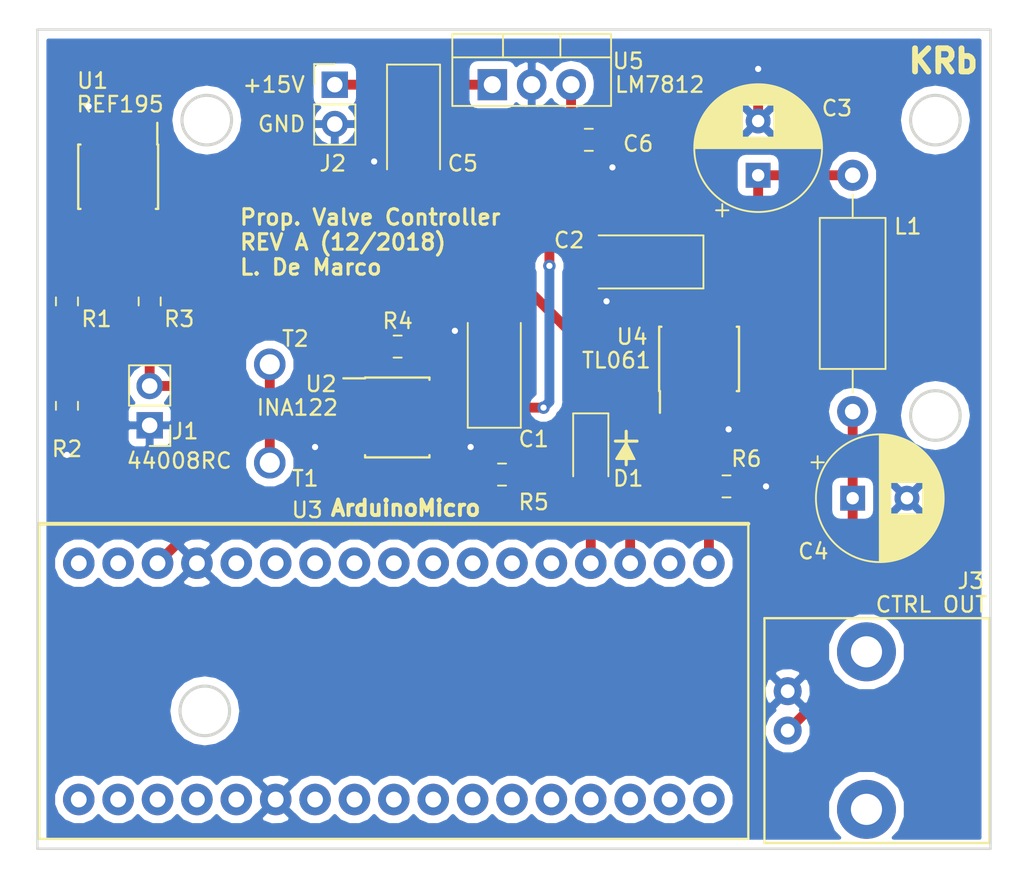
<source format=kicad_pcb>
(kicad_pcb (version 20171130) (host pcbnew "(5.0.0)")

  (general
    (thickness 1.6)
    (drawings 21)
    (tracks 116)
    (zones 0)
    (modules 24)
    (nets 49)
  )

  (page A4)
  (layers
    (0 F.Cu signal)
    (31 B.Cu signal)
    (32 B.Adhes user)
    (33 F.Adhes user)
    (34 B.Paste user)
    (35 F.Paste user)
    (36 B.SilkS user)
    (37 F.SilkS user)
    (38 B.Mask user)
    (39 F.Mask user)
    (40 Dwgs.User user)
    (41 Cmts.User user)
    (42 Eco1.User user)
    (43 Eco2.User user)
    (44 Edge.Cuts user)
    (45 Margin user)
    (46 B.CrtYd user hide)
    (47 F.CrtYd user hide)
    (48 B.Fab user hide)
    (49 F.Fab user hide)
  )

  (setup
    (last_trace_width 0.635)
    (trace_clearance 0.2)
    (zone_clearance 0.508)
    (zone_45_only no)
    (trace_min 0.2)
    (segment_width 0.2)
    (edge_width 0.2)
    (via_size 0.8)
    (via_drill 0.4)
    (via_min_size 0.4)
    (via_min_drill 0.3)
    (uvia_size 0.3)
    (uvia_drill 0.1)
    (uvias_allowed no)
    (uvia_min_size 0.2)
    (uvia_min_drill 0.1)
    (pcb_text_width 0.3)
    (pcb_text_size 1.5 1.5)
    (mod_edge_width 0.15)
    (mod_text_size 1 1)
    (mod_text_width 0.15)
    (pad_size 1.524 1.524)
    (pad_drill 0.762)
    (pad_to_mask_clearance 0.2)
    (aux_axis_origin 0 0)
    (visible_elements FFFFFF7F)
    (pcbplotparams
      (layerselection 0x010fc_ffffffff)
      (usegerberextensions false)
      (usegerberattributes false)
      (usegerberadvancedattributes false)
      (creategerberjobfile false)
      (excludeedgelayer true)
      (linewidth 0.100000)
      (plotframeref false)
      (viasonmask false)
      (mode 1)
      (useauxorigin false)
      (hpglpennumber 1)
      (hpglpenspeed 20)
      (hpglpendiameter 15.000000)
      (psnegative false)
      (psa4output false)
      (plotreference true)
      (plotvalue true)
      (plotinvisibletext false)
      (padsonsilk false)
      (subtractmaskfromsilk false)
      (outputformat 1)
      (mirror false)
      (drillshape 1)
      (scaleselection 1)
      (outputdirectory ""))
  )

  (net 0 "")
  (net 1 VCC)
  (net 2 GND)
  (net 3 "Net-(C3-Pad1)")
  (net 4 "Net-(C4-Pad1)")
  (net 5 "Net-(C5-Pad1)")
  (net 6 +5VP)
  (net 7 "Net-(D1-Pad2)")
  (net 8 "Net-(J1-Pad2)")
  (net 9 "Net-(R1-Pad2)")
  (net 10 "Net-(R4-Pad2)")
  (net 11 "Net-(R4-Pad1)")
  (net 12 "Net-(R5-Pad1)")
  (net 13 "Net-(R6-Pad1)")
  (net 14 "Net-(U1-Pad1)")
  (net 15 "Net-(U1-Pad5)")
  (net 16 "Net-(U1-Pad7)")
  (net 17 "Net-(U1-Pad8)")
  (net 18 "Net-(U3-Pad1)")
  (net 19 "Net-(U3-Pad2)")
  (net 20 "Net-(U3-Pad3)")
  (net 21 "Net-(U3-Pad4)")
  (net 22 "Net-(U3-Pad5)")
  (net 23 "Net-(U3-Pad7)")
  (net 24 "Net-(U3-Pad8)")
  (net 25 "Net-(U3-Pad9)")
  (net 26 "Net-(U3-Pad10)")
  (net 27 "Net-(U3-Pad11)")
  (net 28 "Net-(U3-Pad12)")
  (net 29 "Net-(U3-Pad13)")
  (net 30 "Net-(U3-Pad14)")
  (net 31 "Net-(U3-Pad15)")
  (net 32 "Net-(U3-Pad16)")
  (net 33 "Net-(U3-Pad17)")
  (net 34 "Net-(U3-Pad19)")
  (net 35 "Net-(U3-Pad22)")
  (net 36 "Net-(U3-Pad23)")
  (net 37 "Net-(U3-Pad24)")
  (net 38 "Net-(U3-Pad25)")
  (net 39 "Net-(U3-Pad26)")
  (net 40 "Net-(U3-Pad27)")
  (net 41 "Net-(U3-Pad28)")
  (net 42 "Net-(U3-Pad29)")
  (net 43 "Net-(U3-Pad30)")
  (net 44 "Net-(U3-Pad33)")
  (net 45 "Net-(U3-Pad34)")
  (net 46 "Net-(U4-Pad1)")
  (net 47 "Net-(U4-Pad5)")
  (net 48 "Net-(U4-Pad8)")

  (net_class Default "This is the default net class."
    (clearance 0.2)
    (trace_width 0.635)
    (via_dia 0.8)
    (via_drill 0.4)
    (uvia_dia 0.3)
    (uvia_drill 0.1)
    (add_net +5VP)
    (add_net GND)
    (add_net "Net-(C3-Pad1)")
    (add_net "Net-(C4-Pad1)")
    (add_net "Net-(C5-Pad1)")
    (add_net "Net-(D1-Pad2)")
    (add_net "Net-(J1-Pad2)")
    (add_net "Net-(R1-Pad2)")
    (add_net "Net-(R4-Pad1)")
    (add_net "Net-(R4-Pad2)")
    (add_net "Net-(R5-Pad1)")
    (add_net "Net-(R6-Pad1)")
    (add_net "Net-(U1-Pad1)")
    (add_net "Net-(U1-Pad5)")
    (add_net "Net-(U1-Pad7)")
    (add_net "Net-(U1-Pad8)")
    (add_net "Net-(U3-Pad1)")
    (add_net "Net-(U3-Pad10)")
    (add_net "Net-(U3-Pad11)")
    (add_net "Net-(U3-Pad12)")
    (add_net "Net-(U3-Pad13)")
    (add_net "Net-(U3-Pad14)")
    (add_net "Net-(U3-Pad15)")
    (add_net "Net-(U3-Pad16)")
    (add_net "Net-(U3-Pad17)")
    (add_net "Net-(U3-Pad19)")
    (add_net "Net-(U3-Pad2)")
    (add_net "Net-(U3-Pad22)")
    (add_net "Net-(U3-Pad23)")
    (add_net "Net-(U3-Pad24)")
    (add_net "Net-(U3-Pad25)")
    (add_net "Net-(U3-Pad26)")
    (add_net "Net-(U3-Pad27)")
    (add_net "Net-(U3-Pad28)")
    (add_net "Net-(U3-Pad29)")
    (add_net "Net-(U3-Pad3)")
    (add_net "Net-(U3-Pad30)")
    (add_net "Net-(U3-Pad33)")
    (add_net "Net-(U3-Pad34)")
    (add_net "Net-(U3-Pad4)")
    (add_net "Net-(U3-Pad5)")
    (add_net "Net-(U3-Pad7)")
    (add_net "Net-(U3-Pad8)")
    (add_net "Net-(U3-Pad9)")
    (add_net "Net-(U4-Pad1)")
    (add_net "Net-(U4-Pad5)")
    (add_net "Net-(U4-Pad8)")
    (add_net VCC)
  )

  (module Capacitor_Tantalum_SMD:CP_EIA-6032-20_AVX-F (layer F.Cu) (tedit 5B301BBE) (tstamp 5C249B4F)
    (at 129.032 85.9295 90)
    (descr "Tantalum Capacitor SMD AVX-F (6032-20 Metric), IPC_7351 nominal, (Body size from: http://www.kemet.com/Lists/ProductCatalog/Attachments/253/KEM_TC101_STD.pdf), generated with kicad-footprint-generator")
    (tags "capacitor tantalum")
    (path /5C1ABFD4)
    (attr smd)
    (fp_text reference C1 (at -4.4945 2.54 180) (layer F.SilkS)
      (effects (font (size 1 1) (thickness 0.15)))
    )
    (fp_text value 0.47uF (at 0 2.55 90) (layer F.Fab)
      (effects (font (size 1 1) (thickness 0.15)))
    )
    (fp_line (start 3 -1.6) (end -2.2 -1.6) (layer F.Fab) (width 0.1))
    (fp_line (start -2.2 -1.6) (end -3 -0.8) (layer F.Fab) (width 0.1))
    (fp_line (start -3 -0.8) (end -3 1.6) (layer F.Fab) (width 0.1))
    (fp_line (start -3 1.6) (end 3 1.6) (layer F.Fab) (width 0.1))
    (fp_line (start 3 1.6) (end 3 -1.6) (layer F.Fab) (width 0.1))
    (fp_line (start 3 -1.71) (end -3.76 -1.71) (layer F.SilkS) (width 0.12))
    (fp_line (start -3.76 -1.71) (end -3.76 1.71) (layer F.SilkS) (width 0.12))
    (fp_line (start -3.76 1.71) (end 3 1.71) (layer F.SilkS) (width 0.12))
    (fp_line (start -3.75 1.85) (end -3.75 -1.85) (layer F.CrtYd) (width 0.05))
    (fp_line (start -3.75 -1.85) (end 3.75 -1.85) (layer F.CrtYd) (width 0.05))
    (fp_line (start 3.75 -1.85) (end 3.75 1.85) (layer F.CrtYd) (width 0.05))
    (fp_line (start 3.75 1.85) (end -3.75 1.85) (layer F.CrtYd) (width 0.05))
    (fp_text user %R (at 0 0 90) (layer F.Fab)
      (effects (font (size 1 1) (thickness 0.15)))
    )
    (pad 1 smd roundrect (at -2.4625 0 90) (size 2.075 2.35) (layers F.Cu F.Paste F.Mask) (roundrect_rratio 0.120482)
      (net 1 VCC))
    (pad 2 smd roundrect (at 2.4625 0 90) (size 2.075 2.35) (layers F.Cu F.Paste F.Mask) (roundrect_rratio 0.120482)
      (net 2 GND))
    (model ${KISYS3DMOD}/Capacitor_Tantalum_SMD.3dshapes/CP_EIA-6032-20_AVX-F.wrl
      (at (xyz 0 0 0))
      (scale (xyz 1 1 1))
      (rotate (xyz 0 0 0))
    )
  )

  (module Capacitor_Tantalum_SMD:CP_EIA-6032-20_AVX-F (layer F.Cu) (tedit 5B301BBE) (tstamp 5C249B62)
    (at 138.7615 78.994 180)
    (descr "Tantalum Capacitor SMD AVX-F (6032-20 Metric), IPC_7351 nominal, (Body size from: http://www.kemet.com/Lists/ProductCatalog/Attachments/253/KEM_TC101_STD.pdf), generated with kicad-footprint-generator")
    (tags "capacitor tantalum")
    (path /5C1874B5)
    (attr smd)
    (fp_text reference C2 (at 4.9035 1.397) (layer F.SilkS)
      (effects (font (size 1 1) (thickness 0.15)))
    )
    (fp_text value 0.47uF (at 0 2.55 180) (layer F.Fab)
      (effects (font (size 1 1) (thickness 0.15)))
    )
    (fp_line (start 3 -1.6) (end -2.2 -1.6) (layer F.Fab) (width 0.1))
    (fp_line (start -2.2 -1.6) (end -3 -0.8) (layer F.Fab) (width 0.1))
    (fp_line (start -3 -0.8) (end -3 1.6) (layer F.Fab) (width 0.1))
    (fp_line (start -3 1.6) (end 3 1.6) (layer F.Fab) (width 0.1))
    (fp_line (start 3 1.6) (end 3 -1.6) (layer F.Fab) (width 0.1))
    (fp_line (start 3 -1.71) (end -3.76 -1.71) (layer F.SilkS) (width 0.12))
    (fp_line (start -3.76 -1.71) (end -3.76 1.71) (layer F.SilkS) (width 0.12))
    (fp_line (start -3.76 1.71) (end 3 1.71) (layer F.SilkS) (width 0.12))
    (fp_line (start -3.75 1.85) (end -3.75 -1.85) (layer F.CrtYd) (width 0.05))
    (fp_line (start -3.75 -1.85) (end 3.75 -1.85) (layer F.CrtYd) (width 0.05))
    (fp_line (start 3.75 -1.85) (end 3.75 1.85) (layer F.CrtYd) (width 0.05))
    (fp_line (start 3.75 1.85) (end -3.75 1.85) (layer F.CrtYd) (width 0.05))
    (fp_text user %R (at 0 0 180) (layer F.Fab)
      (effects (font (size 1 1) (thickness 0.15)))
    )
    (pad 1 smd roundrect (at -2.4625 0 180) (size 2.075 2.35) (layers F.Cu F.Paste F.Mask) (roundrect_rratio 0.120482)
      (net 1 VCC))
    (pad 2 smd roundrect (at 2.4625 0 180) (size 2.075 2.35) (layers F.Cu F.Paste F.Mask) (roundrect_rratio 0.120482)
      (net 2 GND))
    (model ${KISYS3DMOD}/Capacitor_Tantalum_SMD.3dshapes/CP_EIA-6032-20_AVX-F.wrl
      (at (xyz 0 0 0))
      (scale (xyz 1 1 1))
      (rotate (xyz 0 0 0))
    )
  )

  (module Capacitor_THT:CP_Radial_D8.0mm_P3.50mm (layer F.Cu) (tedit 5AE50EF0) (tstamp 5C249C0B)
    (at 146.05 73.406 90)
    (descr "CP, Radial series, Radial, pin pitch=3.50mm, , diameter=8mm, Electrolytic Capacitor")
    (tags "CP Radial series Radial pin pitch 3.50mm  diameter 8mm Electrolytic Capacitor")
    (path /5C18B350)
    (fp_text reference C3 (at 4.318 5.08 180) (layer F.SilkS)
      (effects (font (size 1 1) (thickness 0.15)))
    )
    (fp_text value 180uF (at 1.75 5.25 90) (layer F.Fab)
      (effects (font (size 1 1) (thickness 0.15)))
    )
    (fp_circle (center 1.75 0) (end 5.75 0) (layer F.Fab) (width 0.1))
    (fp_circle (center 1.75 0) (end 5.87 0) (layer F.SilkS) (width 0.12))
    (fp_circle (center 1.75 0) (end 6 0) (layer F.CrtYd) (width 0.05))
    (fp_line (start -1.676759 -1.7475) (end -0.876759 -1.7475) (layer F.Fab) (width 0.1))
    (fp_line (start -1.276759 -2.1475) (end -1.276759 -1.3475) (layer F.Fab) (width 0.1))
    (fp_line (start 1.75 -4.08) (end 1.75 4.08) (layer F.SilkS) (width 0.12))
    (fp_line (start 1.79 -4.08) (end 1.79 4.08) (layer F.SilkS) (width 0.12))
    (fp_line (start 1.83 -4.08) (end 1.83 4.08) (layer F.SilkS) (width 0.12))
    (fp_line (start 1.87 -4.079) (end 1.87 4.079) (layer F.SilkS) (width 0.12))
    (fp_line (start 1.91 -4.077) (end 1.91 4.077) (layer F.SilkS) (width 0.12))
    (fp_line (start 1.95 -4.076) (end 1.95 4.076) (layer F.SilkS) (width 0.12))
    (fp_line (start 1.99 -4.074) (end 1.99 4.074) (layer F.SilkS) (width 0.12))
    (fp_line (start 2.03 -4.071) (end 2.03 4.071) (layer F.SilkS) (width 0.12))
    (fp_line (start 2.07 -4.068) (end 2.07 4.068) (layer F.SilkS) (width 0.12))
    (fp_line (start 2.11 -4.065) (end 2.11 4.065) (layer F.SilkS) (width 0.12))
    (fp_line (start 2.15 -4.061) (end 2.15 4.061) (layer F.SilkS) (width 0.12))
    (fp_line (start 2.19 -4.057) (end 2.19 4.057) (layer F.SilkS) (width 0.12))
    (fp_line (start 2.23 -4.052) (end 2.23 4.052) (layer F.SilkS) (width 0.12))
    (fp_line (start 2.27 -4.048) (end 2.27 4.048) (layer F.SilkS) (width 0.12))
    (fp_line (start 2.31 -4.042) (end 2.31 4.042) (layer F.SilkS) (width 0.12))
    (fp_line (start 2.35 -4.037) (end 2.35 4.037) (layer F.SilkS) (width 0.12))
    (fp_line (start 2.39 -4.03) (end 2.39 4.03) (layer F.SilkS) (width 0.12))
    (fp_line (start 2.43 -4.024) (end 2.43 4.024) (layer F.SilkS) (width 0.12))
    (fp_line (start 2.471 -4.017) (end 2.471 -1.04) (layer F.SilkS) (width 0.12))
    (fp_line (start 2.471 1.04) (end 2.471 4.017) (layer F.SilkS) (width 0.12))
    (fp_line (start 2.511 -4.01) (end 2.511 -1.04) (layer F.SilkS) (width 0.12))
    (fp_line (start 2.511 1.04) (end 2.511 4.01) (layer F.SilkS) (width 0.12))
    (fp_line (start 2.551 -4.002) (end 2.551 -1.04) (layer F.SilkS) (width 0.12))
    (fp_line (start 2.551 1.04) (end 2.551 4.002) (layer F.SilkS) (width 0.12))
    (fp_line (start 2.591 -3.994) (end 2.591 -1.04) (layer F.SilkS) (width 0.12))
    (fp_line (start 2.591 1.04) (end 2.591 3.994) (layer F.SilkS) (width 0.12))
    (fp_line (start 2.631 -3.985) (end 2.631 -1.04) (layer F.SilkS) (width 0.12))
    (fp_line (start 2.631 1.04) (end 2.631 3.985) (layer F.SilkS) (width 0.12))
    (fp_line (start 2.671 -3.976) (end 2.671 -1.04) (layer F.SilkS) (width 0.12))
    (fp_line (start 2.671 1.04) (end 2.671 3.976) (layer F.SilkS) (width 0.12))
    (fp_line (start 2.711 -3.967) (end 2.711 -1.04) (layer F.SilkS) (width 0.12))
    (fp_line (start 2.711 1.04) (end 2.711 3.967) (layer F.SilkS) (width 0.12))
    (fp_line (start 2.751 -3.957) (end 2.751 -1.04) (layer F.SilkS) (width 0.12))
    (fp_line (start 2.751 1.04) (end 2.751 3.957) (layer F.SilkS) (width 0.12))
    (fp_line (start 2.791 -3.947) (end 2.791 -1.04) (layer F.SilkS) (width 0.12))
    (fp_line (start 2.791 1.04) (end 2.791 3.947) (layer F.SilkS) (width 0.12))
    (fp_line (start 2.831 -3.936) (end 2.831 -1.04) (layer F.SilkS) (width 0.12))
    (fp_line (start 2.831 1.04) (end 2.831 3.936) (layer F.SilkS) (width 0.12))
    (fp_line (start 2.871 -3.925) (end 2.871 -1.04) (layer F.SilkS) (width 0.12))
    (fp_line (start 2.871 1.04) (end 2.871 3.925) (layer F.SilkS) (width 0.12))
    (fp_line (start 2.911 -3.914) (end 2.911 -1.04) (layer F.SilkS) (width 0.12))
    (fp_line (start 2.911 1.04) (end 2.911 3.914) (layer F.SilkS) (width 0.12))
    (fp_line (start 2.951 -3.902) (end 2.951 -1.04) (layer F.SilkS) (width 0.12))
    (fp_line (start 2.951 1.04) (end 2.951 3.902) (layer F.SilkS) (width 0.12))
    (fp_line (start 2.991 -3.889) (end 2.991 -1.04) (layer F.SilkS) (width 0.12))
    (fp_line (start 2.991 1.04) (end 2.991 3.889) (layer F.SilkS) (width 0.12))
    (fp_line (start 3.031 -3.877) (end 3.031 -1.04) (layer F.SilkS) (width 0.12))
    (fp_line (start 3.031 1.04) (end 3.031 3.877) (layer F.SilkS) (width 0.12))
    (fp_line (start 3.071 -3.863) (end 3.071 -1.04) (layer F.SilkS) (width 0.12))
    (fp_line (start 3.071 1.04) (end 3.071 3.863) (layer F.SilkS) (width 0.12))
    (fp_line (start 3.111 -3.85) (end 3.111 -1.04) (layer F.SilkS) (width 0.12))
    (fp_line (start 3.111 1.04) (end 3.111 3.85) (layer F.SilkS) (width 0.12))
    (fp_line (start 3.151 -3.835) (end 3.151 -1.04) (layer F.SilkS) (width 0.12))
    (fp_line (start 3.151 1.04) (end 3.151 3.835) (layer F.SilkS) (width 0.12))
    (fp_line (start 3.191 -3.821) (end 3.191 -1.04) (layer F.SilkS) (width 0.12))
    (fp_line (start 3.191 1.04) (end 3.191 3.821) (layer F.SilkS) (width 0.12))
    (fp_line (start 3.231 -3.805) (end 3.231 -1.04) (layer F.SilkS) (width 0.12))
    (fp_line (start 3.231 1.04) (end 3.231 3.805) (layer F.SilkS) (width 0.12))
    (fp_line (start 3.271 -3.79) (end 3.271 -1.04) (layer F.SilkS) (width 0.12))
    (fp_line (start 3.271 1.04) (end 3.271 3.79) (layer F.SilkS) (width 0.12))
    (fp_line (start 3.311 -3.774) (end 3.311 -1.04) (layer F.SilkS) (width 0.12))
    (fp_line (start 3.311 1.04) (end 3.311 3.774) (layer F.SilkS) (width 0.12))
    (fp_line (start 3.351 -3.757) (end 3.351 -1.04) (layer F.SilkS) (width 0.12))
    (fp_line (start 3.351 1.04) (end 3.351 3.757) (layer F.SilkS) (width 0.12))
    (fp_line (start 3.391 -3.74) (end 3.391 -1.04) (layer F.SilkS) (width 0.12))
    (fp_line (start 3.391 1.04) (end 3.391 3.74) (layer F.SilkS) (width 0.12))
    (fp_line (start 3.431 -3.722) (end 3.431 -1.04) (layer F.SilkS) (width 0.12))
    (fp_line (start 3.431 1.04) (end 3.431 3.722) (layer F.SilkS) (width 0.12))
    (fp_line (start 3.471 -3.704) (end 3.471 -1.04) (layer F.SilkS) (width 0.12))
    (fp_line (start 3.471 1.04) (end 3.471 3.704) (layer F.SilkS) (width 0.12))
    (fp_line (start 3.511 -3.686) (end 3.511 -1.04) (layer F.SilkS) (width 0.12))
    (fp_line (start 3.511 1.04) (end 3.511 3.686) (layer F.SilkS) (width 0.12))
    (fp_line (start 3.551 -3.666) (end 3.551 -1.04) (layer F.SilkS) (width 0.12))
    (fp_line (start 3.551 1.04) (end 3.551 3.666) (layer F.SilkS) (width 0.12))
    (fp_line (start 3.591 -3.647) (end 3.591 -1.04) (layer F.SilkS) (width 0.12))
    (fp_line (start 3.591 1.04) (end 3.591 3.647) (layer F.SilkS) (width 0.12))
    (fp_line (start 3.631 -3.627) (end 3.631 -1.04) (layer F.SilkS) (width 0.12))
    (fp_line (start 3.631 1.04) (end 3.631 3.627) (layer F.SilkS) (width 0.12))
    (fp_line (start 3.671 -3.606) (end 3.671 -1.04) (layer F.SilkS) (width 0.12))
    (fp_line (start 3.671 1.04) (end 3.671 3.606) (layer F.SilkS) (width 0.12))
    (fp_line (start 3.711 -3.584) (end 3.711 -1.04) (layer F.SilkS) (width 0.12))
    (fp_line (start 3.711 1.04) (end 3.711 3.584) (layer F.SilkS) (width 0.12))
    (fp_line (start 3.751 -3.562) (end 3.751 -1.04) (layer F.SilkS) (width 0.12))
    (fp_line (start 3.751 1.04) (end 3.751 3.562) (layer F.SilkS) (width 0.12))
    (fp_line (start 3.791 -3.54) (end 3.791 -1.04) (layer F.SilkS) (width 0.12))
    (fp_line (start 3.791 1.04) (end 3.791 3.54) (layer F.SilkS) (width 0.12))
    (fp_line (start 3.831 -3.517) (end 3.831 -1.04) (layer F.SilkS) (width 0.12))
    (fp_line (start 3.831 1.04) (end 3.831 3.517) (layer F.SilkS) (width 0.12))
    (fp_line (start 3.871 -3.493) (end 3.871 -1.04) (layer F.SilkS) (width 0.12))
    (fp_line (start 3.871 1.04) (end 3.871 3.493) (layer F.SilkS) (width 0.12))
    (fp_line (start 3.911 -3.469) (end 3.911 -1.04) (layer F.SilkS) (width 0.12))
    (fp_line (start 3.911 1.04) (end 3.911 3.469) (layer F.SilkS) (width 0.12))
    (fp_line (start 3.951 -3.444) (end 3.951 -1.04) (layer F.SilkS) (width 0.12))
    (fp_line (start 3.951 1.04) (end 3.951 3.444) (layer F.SilkS) (width 0.12))
    (fp_line (start 3.991 -3.418) (end 3.991 -1.04) (layer F.SilkS) (width 0.12))
    (fp_line (start 3.991 1.04) (end 3.991 3.418) (layer F.SilkS) (width 0.12))
    (fp_line (start 4.031 -3.392) (end 4.031 -1.04) (layer F.SilkS) (width 0.12))
    (fp_line (start 4.031 1.04) (end 4.031 3.392) (layer F.SilkS) (width 0.12))
    (fp_line (start 4.071 -3.365) (end 4.071 -1.04) (layer F.SilkS) (width 0.12))
    (fp_line (start 4.071 1.04) (end 4.071 3.365) (layer F.SilkS) (width 0.12))
    (fp_line (start 4.111 -3.338) (end 4.111 -1.04) (layer F.SilkS) (width 0.12))
    (fp_line (start 4.111 1.04) (end 4.111 3.338) (layer F.SilkS) (width 0.12))
    (fp_line (start 4.151 -3.309) (end 4.151 -1.04) (layer F.SilkS) (width 0.12))
    (fp_line (start 4.151 1.04) (end 4.151 3.309) (layer F.SilkS) (width 0.12))
    (fp_line (start 4.191 -3.28) (end 4.191 -1.04) (layer F.SilkS) (width 0.12))
    (fp_line (start 4.191 1.04) (end 4.191 3.28) (layer F.SilkS) (width 0.12))
    (fp_line (start 4.231 -3.25) (end 4.231 -1.04) (layer F.SilkS) (width 0.12))
    (fp_line (start 4.231 1.04) (end 4.231 3.25) (layer F.SilkS) (width 0.12))
    (fp_line (start 4.271 -3.22) (end 4.271 -1.04) (layer F.SilkS) (width 0.12))
    (fp_line (start 4.271 1.04) (end 4.271 3.22) (layer F.SilkS) (width 0.12))
    (fp_line (start 4.311 -3.189) (end 4.311 -1.04) (layer F.SilkS) (width 0.12))
    (fp_line (start 4.311 1.04) (end 4.311 3.189) (layer F.SilkS) (width 0.12))
    (fp_line (start 4.351 -3.156) (end 4.351 -1.04) (layer F.SilkS) (width 0.12))
    (fp_line (start 4.351 1.04) (end 4.351 3.156) (layer F.SilkS) (width 0.12))
    (fp_line (start 4.391 -3.124) (end 4.391 -1.04) (layer F.SilkS) (width 0.12))
    (fp_line (start 4.391 1.04) (end 4.391 3.124) (layer F.SilkS) (width 0.12))
    (fp_line (start 4.431 -3.09) (end 4.431 -1.04) (layer F.SilkS) (width 0.12))
    (fp_line (start 4.431 1.04) (end 4.431 3.09) (layer F.SilkS) (width 0.12))
    (fp_line (start 4.471 -3.055) (end 4.471 -1.04) (layer F.SilkS) (width 0.12))
    (fp_line (start 4.471 1.04) (end 4.471 3.055) (layer F.SilkS) (width 0.12))
    (fp_line (start 4.511 -3.019) (end 4.511 -1.04) (layer F.SilkS) (width 0.12))
    (fp_line (start 4.511 1.04) (end 4.511 3.019) (layer F.SilkS) (width 0.12))
    (fp_line (start 4.551 -2.983) (end 4.551 2.983) (layer F.SilkS) (width 0.12))
    (fp_line (start 4.591 -2.945) (end 4.591 2.945) (layer F.SilkS) (width 0.12))
    (fp_line (start 4.631 -2.907) (end 4.631 2.907) (layer F.SilkS) (width 0.12))
    (fp_line (start 4.671 -2.867) (end 4.671 2.867) (layer F.SilkS) (width 0.12))
    (fp_line (start 4.711 -2.826) (end 4.711 2.826) (layer F.SilkS) (width 0.12))
    (fp_line (start 4.751 -2.784) (end 4.751 2.784) (layer F.SilkS) (width 0.12))
    (fp_line (start 4.791 -2.741) (end 4.791 2.741) (layer F.SilkS) (width 0.12))
    (fp_line (start 4.831 -2.697) (end 4.831 2.697) (layer F.SilkS) (width 0.12))
    (fp_line (start 4.871 -2.651) (end 4.871 2.651) (layer F.SilkS) (width 0.12))
    (fp_line (start 4.911 -2.604) (end 4.911 2.604) (layer F.SilkS) (width 0.12))
    (fp_line (start 4.951 -2.556) (end 4.951 2.556) (layer F.SilkS) (width 0.12))
    (fp_line (start 4.991 -2.505) (end 4.991 2.505) (layer F.SilkS) (width 0.12))
    (fp_line (start 5.031 -2.454) (end 5.031 2.454) (layer F.SilkS) (width 0.12))
    (fp_line (start 5.071 -2.4) (end 5.071 2.4) (layer F.SilkS) (width 0.12))
    (fp_line (start 5.111 -2.345) (end 5.111 2.345) (layer F.SilkS) (width 0.12))
    (fp_line (start 5.151 -2.287) (end 5.151 2.287) (layer F.SilkS) (width 0.12))
    (fp_line (start 5.191 -2.228) (end 5.191 2.228) (layer F.SilkS) (width 0.12))
    (fp_line (start 5.231 -2.166) (end 5.231 2.166) (layer F.SilkS) (width 0.12))
    (fp_line (start 5.271 -2.102) (end 5.271 2.102) (layer F.SilkS) (width 0.12))
    (fp_line (start 5.311 -2.034) (end 5.311 2.034) (layer F.SilkS) (width 0.12))
    (fp_line (start 5.351 -1.964) (end 5.351 1.964) (layer F.SilkS) (width 0.12))
    (fp_line (start 5.391 -1.89) (end 5.391 1.89) (layer F.SilkS) (width 0.12))
    (fp_line (start 5.431 -1.813) (end 5.431 1.813) (layer F.SilkS) (width 0.12))
    (fp_line (start 5.471 -1.731) (end 5.471 1.731) (layer F.SilkS) (width 0.12))
    (fp_line (start 5.511 -1.645) (end 5.511 1.645) (layer F.SilkS) (width 0.12))
    (fp_line (start 5.551 -1.552) (end 5.551 1.552) (layer F.SilkS) (width 0.12))
    (fp_line (start 5.591 -1.453) (end 5.591 1.453) (layer F.SilkS) (width 0.12))
    (fp_line (start 5.631 -1.346) (end 5.631 1.346) (layer F.SilkS) (width 0.12))
    (fp_line (start 5.671 -1.229) (end 5.671 1.229) (layer F.SilkS) (width 0.12))
    (fp_line (start 5.711 -1.098) (end 5.711 1.098) (layer F.SilkS) (width 0.12))
    (fp_line (start 5.751 -0.948) (end 5.751 0.948) (layer F.SilkS) (width 0.12))
    (fp_line (start 5.791 -0.768) (end 5.791 0.768) (layer F.SilkS) (width 0.12))
    (fp_line (start 5.831 -0.533) (end 5.831 0.533) (layer F.SilkS) (width 0.12))
    (fp_line (start -2.659698 -2.315) (end -1.859698 -2.315) (layer F.SilkS) (width 0.12))
    (fp_line (start -2.259698 -2.715) (end -2.259698 -1.915) (layer F.SilkS) (width 0.12))
    (fp_text user %R (at 1.75 0 90) (layer F.Fab)
      (effects (font (size 1 1) (thickness 0.15)))
    )
    (pad 1 thru_hole rect (at 0 0 90) (size 1.6 1.6) (drill 0.8) (layers *.Cu *.Mask)
      (net 3 "Net-(C3-Pad1)"))
    (pad 2 thru_hole circle (at 3.5 0 90) (size 1.6 1.6) (drill 0.8) (layers *.Cu *.Mask)
      (net 2 GND))
    (model ${KISYS3DMOD}/Capacitor_THT.3dshapes/CP_Radial_D8.0mm_P3.50mm.wrl
      (at (xyz 0 0 0))
      (scale (xyz 1 1 1))
      (rotate (xyz 0 0 0))
    )
  )

  (module Capacitor_THT:CP_Radial_D8.0mm_P3.50mm (layer F.Cu) (tedit 5AE50EF0) (tstamp 5C249CB4)
    (at 152.146 94.234)
    (descr "CP, Radial series, Radial, pin pitch=3.50mm, , diameter=8mm, Electrolytic Capacitor")
    (tags "CP Radial series Radial pin pitch 3.50mm  diameter 8mm Electrolytic Capacitor")
    (path /5C18B3F0)
    (fp_text reference C4 (at -2.54 3.429) (layer F.SilkS)
      (effects (font (size 1 1) (thickness 0.15)))
    )
    (fp_text value 180uF (at 1.75 5.25) (layer F.Fab)
      (effects (font (size 1 1) (thickness 0.15)))
    )
    (fp_text user %R (at 1.75 0) (layer F.Fab)
      (effects (font (size 1 1) (thickness 0.15)))
    )
    (fp_line (start -2.259698 -2.715) (end -2.259698 -1.915) (layer F.SilkS) (width 0.12))
    (fp_line (start -2.659698 -2.315) (end -1.859698 -2.315) (layer F.SilkS) (width 0.12))
    (fp_line (start 5.831 -0.533) (end 5.831 0.533) (layer F.SilkS) (width 0.12))
    (fp_line (start 5.791 -0.768) (end 5.791 0.768) (layer F.SilkS) (width 0.12))
    (fp_line (start 5.751 -0.948) (end 5.751 0.948) (layer F.SilkS) (width 0.12))
    (fp_line (start 5.711 -1.098) (end 5.711 1.098) (layer F.SilkS) (width 0.12))
    (fp_line (start 5.671 -1.229) (end 5.671 1.229) (layer F.SilkS) (width 0.12))
    (fp_line (start 5.631 -1.346) (end 5.631 1.346) (layer F.SilkS) (width 0.12))
    (fp_line (start 5.591 -1.453) (end 5.591 1.453) (layer F.SilkS) (width 0.12))
    (fp_line (start 5.551 -1.552) (end 5.551 1.552) (layer F.SilkS) (width 0.12))
    (fp_line (start 5.511 -1.645) (end 5.511 1.645) (layer F.SilkS) (width 0.12))
    (fp_line (start 5.471 -1.731) (end 5.471 1.731) (layer F.SilkS) (width 0.12))
    (fp_line (start 5.431 -1.813) (end 5.431 1.813) (layer F.SilkS) (width 0.12))
    (fp_line (start 5.391 -1.89) (end 5.391 1.89) (layer F.SilkS) (width 0.12))
    (fp_line (start 5.351 -1.964) (end 5.351 1.964) (layer F.SilkS) (width 0.12))
    (fp_line (start 5.311 -2.034) (end 5.311 2.034) (layer F.SilkS) (width 0.12))
    (fp_line (start 5.271 -2.102) (end 5.271 2.102) (layer F.SilkS) (width 0.12))
    (fp_line (start 5.231 -2.166) (end 5.231 2.166) (layer F.SilkS) (width 0.12))
    (fp_line (start 5.191 -2.228) (end 5.191 2.228) (layer F.SilkS) (width 0.12))
    (fp_line (start 5.151 -2.287) (end 5.151 2.287) (layer F.SilkS) (width 0.12))
    (fp_line (start 5.111 -2.345) (end 5.111 2.345) (layer F.SilkS) (width 0.12))
    (fp_line (start 5.071 -2.4) (end 5.071 2.4) (layer F.SilkS) (width 0.12))
    (fp_line (start 5.031 -2.454) (end 5.031 2.454) (layer F.SilkS) (width 0.12))
    (fp_line (start 4.991 -2.505) (end 4.991 2.505) (layer F.SilkS) (width 0.12))
    (fp_line (start 4.951 -2.556) (end 4.951 2.556) (layer F.SilkS) (width 0.12))
    (fp_line (start 4.911 -2.604) (end 4.911 2.604) (layer F.SilkS) (width 0.12))
    (fp_line (start 4.871 -2.651) (end 4.871 2.651) (layer F.SilkS) (width 0.12))
    (fp_line (start 4.831 -2.697) (end 4.831 2.697) (layer F.SilkS) (width 0.12))
    (fp_line (start 4.791 -2.741) (end 4.791 2.741) (layer F.SilkS) (width 0.12))
    (fp_line (start 4.751 -2.784) (end 4.751 2.784) (layer F.SilkS) (width 0.12))
    (fp_line (start 4.711 -2.826) (end 4.711 2.826) (layer F.SilkS) (width 0.12))
    (fp_line (start 4.671 -2.867) (end 4.671 2.867) (layer F.SilkS) (width 0.12))
    (fp_line (start 4.631 -2.907) (end 4.631 2.907) (layer F.SilkS) (width 0.12))
    (fp_line (start 4.591 -2.945) (end 4.591 2.945) (layer F.SilkS) (width 0.12))
    (fp_line (start 4.551 -2.983) (end 4.551 2.983) (layer F.SilkS) (width 0.12))
    (fp_line (start 4.511 1.04) (end 4.511 3.019) (layer F.SilkS) (width 0.12))
    (fp_line (start 4.511 -3.019) (end 4.511 -1.04) (layer F.SilkS) (width 0.12))
    (fp_line (start 4.471 1.04) (end 4.471 3.055) (layer F.SilkS) (width 0.12))
    (fp_line (start 4.471 -3.055) (end 4.471 -1.04) (layer F.SilkS) (width 0.12))
    (fp_line (start 4.431 1.04) (end 4.431 3.09) (layer F.SilkS) (width 0.12))
    (fp_line (start 4.431 -3.09) (end 4.431 -1.04) (layer F.SilkS) (width 0.12))
    (fp_line (start 4.391 1.04) (end 4.391 3.124) (layer F.SilkS) (width 0.12))
    (fp_line (start 4.391 -3.124) (end 4.391 -1.04) (layer F.SilkS) (width 0.12))
    (fp_line (start 4.351 1.04) (end 4.351 3.156) (layer F.SilkS) (width 0.12))
    (fp_line (start 4.351 -3.156) (end 4.351 -1.04) (layer F.SilkS) (width 0.12))
    (fp_line (start 4.311 1.04) (end 4.311 3.189) (layer F.SilkS) (width 0.12))
    (fp_line (start 4.311 -3.189) (end 4.311 -1.04) (layer F.SilkS) (width 0.12))
    (fp_line (start 4.271 1.04) (end 4.271 3.22) (layer F.SilkS) (width 0.12))
    (fp_line (start 4.271 -3.22) (end 4.271 -1.04) (layer F.SilkS) (width 0.12))
    (fp_line (start 4.231 1.04) (end 4.231 3.25) (layer F.SilkS) (width 0.12))
    (fp_line (start 4.231 -3.25) (end 4.231 -1.04) (layer F.SilkS) (width 0.12))
    (fp_line (start 4.191 1.04) (end 4.191 3.28) (layer F.SilkS) (width 0.12))
    (fp_line (start 4.191 -3.28) (end 4.191 -1.04) (layer F.SilkS) (width 0.12))
    (fp_line (start 4.151 1.04) (end 4.151 3.309) (layer F.SilkS) (width 0.12))
    (fp_line (start 4.151 -3.309) (end 4.151 -1.04) (layer F.SilkS) (width 0.12))
    (fp_line (start 4.111 1.04) (end 4.111 3.338) (layer F.SilkS) (width 0.12))
    (fp_line (start 4.111 -3.338) (end 4.111 -1.04) (layer F.SilkS) (width 0.12))
    (fp_line (start 4.071 1.04) (end 4.071 3.365) (layer F.SilkS) (width 0.12))
    (fp_line (start 4.071 -3.365) (end 4.071 -1.04) (layer F.SilkS) (width 0.12))
    (fp_line (start 4.031 1.04) (end 4.031 3.392) (layer F.SilkS) (width 0.12))
    (fp_line (start 4.031 -3.392) (end 4.031 -1.04) (layer F.SilkS) (width 0.12))
    (fp_line (start 3.991 1.04) (end 3.991 3.418) (layer F.SilkS) (width 0.12))
    (fp_line (start 3.991 -3.418) (end 3.991 -1.04) (layer F.SilkS) (width 0.12))
    (fp_line (start 3.951 1.04) (end 3.951 3.444) (layer F.SilkS) (width 0.12))
    (fp_line (start 3.951 -3.444) (end 3.951 -1.04) (layer F.SilkS) (width 0.12))
    (fp_line (start 3.911 1.04) (end 3.911 3.469) (layer F.SilkS) (width 0.12))
    (fp_line (start 3.911 -3.469) (end 3.911 -1.04) (layer F.SilkS) (width 0.12))
    (fp_line (start 3.871 1.04) (end 3.871 3.493) (layer F.SilkS) (width 0.12))
    (fp_line (start 3.871 -3.493) (end 3.871 -1.04) (layer F.SilkS) (width 0.12))
    (fp_line (start 3.831 1.04) (end 3.831 3.517) (layer F.SilkS) (width 0.12))
    (fp_line (start 3.831 -3.517) (end 3.831 -1.04) (layer F.SilkS) (width 0.12))
    (fp_line (start 3.791 1.04) (end 3.791 3.54) (layer F.SilkS) (width 0.12))
    (fp_line (start 3.791 -3.54) (end 3.791 -1.04) (layer F.SilkS) (width 0.12))
    (fp_line (start 3.751 1.04) (end 3.751 3.562) (layer F.SilkS) (width 0.12))
    (fp_line (start 3.751 -3.562) (end 3.751 -1.04) (layer F.SilkS) (width 0.12))
    (fp_line (start 3.711 1.04) (end 3.711 3.584) (layer F.SilkS) (width 0.12))
    (fp_line (start 3.711 -3.584) (end 3.711 -1.04) (layer F.SilkS) (width 0.12))
    (fp_line (start 3.671 1.04) (end 3.671 3.606) (layer F.SilkS) (width 0.12))
    (fp_line (start 3.671 -3.606) (end 3.671 -1.04) (layer F.SilkS) (width 0.12))
    (fp_line (start 3.631 1.04) (end 3.631 3.627) (layer F.SilkS) (width 0.12))
    (fp_line (start 3.631 -3.627) (end 3.631 -1.04) (layer F.SilkS) (width 0.12))
    (fp_line (start 3.591 1.04) (end 3.591 3.647) (layer F.SilkS) (width 0.12))
    (fp_line (start 3.591 -3.647) (end 3.591 -1.04) (layer F.SilkS) (width 0.12))
    (fp_line (start 3.551 1.04) (end 3.551 3.666) (layer F.SilkS) (width 0.12))
    (fp_line (start 3.551 -3.666) (end 3.551 -1.04) (layer F.SilkS) (width 0.12))
    (fp_line (start 3.511 1.04) (end 3.511 3.686) (layer F.SilkS) (width 0.12))
    (fp_line (start 3.511 -3.686) (end 3.511 -1.04) (layer F.SilkS) (width 0.12))
    (fp_line (start 3.471 1.04) (end 3.471 3.704) (layer F.SilkS) (width 0.12))
    (fp_line (start 3.471 -3.704) (end 3.471 -1.04) (layer F.SilkS) (width 0.12))
    (fp_line (start 3.431 1.04) (end 3.431 3.722) (layer F.SilkS) (width 0.12))
    (fp_line (start 3.431 -3.722) (end 3.431 -1.04) (layer F.SilkS) (width 0.12))
    (fp_line (start 3.391 1.04) (end 3.391 3.74) (layer F.SilkS) (width 0.12))
    (fp_line (start 3.391 -3.74) (end 3.391 -1.04) (layer F.SilkS) (width 0.12))
    (fp_line (start 3.351 1.04) (end 3.351 3.757) (layer F.SilkS) (width 0.12))
    (fp_line (start 3.351 -3.757) (end 3.351 -1.04) (layer F.SilkS) (width 0.12))
    (fp_line (start 3.311 1.04) (end 3.311 3.774) (layer F.SilkS) (width 0.12))
    (fp_line (start 3.311 -3.774) (end 3.311 -1.04) (layer F.SilkS) (width 0.12))
    (fp_line (start 3.271 1.04) (end 3.271 3.79) (layer F.SilkS) (width 0.12))
    (fp_line (start 3.271 -3.79) (end 3.271 -1.04) (layer F.SilkS) (width 0.12))
    (fp_line (start 3.231 1.04) (end 3.231 3.805) (layer F.SilkS) (width 0.12))
    (fp_line (start 3.231 -3.805) (end 3.231 -1.04) (layer F.SilkS) (width 0.12))
    (fp_line (start 3.191 1.04) (end 3.191 3.821) (layer F.SilkS) (width 0.12))
    (fp_line (start 3.191 -3.821) (end 3.191 -1.04) (layer F.SilkS) (width 0.12))
    (fp_line (start 3.151 1.04) (end 3.151 3.835) (layer F.SilkS) (width 0.12))
    (fp_line (start 3.151 -3.835) (end 3.151 -1.04) (layer F.SilkS) (width 0.12))
    (fp_line (start 3.111 1.04) (end 3.111 3.85) (layer F.SilkS) (width 0.12))
    (fp_line (start 3.111 -3.85) (end 3.111 -1.04) (layer F.SilkS) (width 0.12))
    (fp_line (start 3.071 1.04) (end 3.071 3.863) (layer F.SilkS) (width 0.12))
    (fp_line (start 3.071 -3.863) (end 3.071 -1.04) (layer F.SilkS) (width 0.12))
    (fp_line (start 3.031 1.04) (end 3.031 3.877) (layer F.SilkS) (width 0.12))
    (fp_line (start 3.031 -3.877) (end 3.031 -1.04) (layer F.SilkS) (width 0.12))
    (fp_line (start 2.991 1.04) (end 2.991 3.889) (layer F.SilkS) (width 0.12))
    (fp_line (start 2.991 -3.889) (end 2.991 -1.04) (layer F.SilkS) (width 0.12))
    (fp_line (start 2.951 1.04) (end 2.951 3.902) (layer F.SilkS) (width 0.12))
    (fp_line (start 2.951 -3.902) (end 2.951 -1.04) (layer F.SilkS) (width 0.12))
    (fp_line (start 2.911 1.04) (end 2.911 3.914) (layer F.SilkS) (width 0.12))
    (fp_line (start 2.911 -3.914) (end 2.911 -1.04) (layer F.SilkS) (width 0.12))
    (fp_line (start 2.871 1.04) (end 2.871 3.925) (layer F.SilkS) (width 0.12))
    (fp_line (start 2.871 -3.925) (end 2.871 -1.04) (layer F.SilkS) (width 0.12))
    (fp_line (start 2.831 1.04) (end 2.831 3.936) (layer F.SilkS) (width 0.12))
    (fp_line (start 2.831 -3.936) (end 2.831 -1.04) (layer F.SilkS) (width 0.12))
    (fp_line (start 2.791 1.04) (end 2.791 3.947) (layer F.SilkS) (width 0.12))
    (fp_line (start 2.791 -3.947) (end 2.791 -1.04) (layer F.SilkS) (width 0.12))
    (fp_line (start 2.751 1.04) (end 2.751 3.957) (layer F.SilkS) (width 0.12))
    (fp_line (start 2.751 -3.957) (end 2.751 -1.04) (layer F.SilkS) (width 0.12))
    (fp_line (start 2.711 1.04) (end 2.711 3.967) (layer F.SilkS) (width 0.12))
    (fp_line (start 2.711 -3.967) (end 2.711 -1.04) (layer F.SilkS) (width 0.12))
    (fp_line (start 2.671 1.04) (end 2.671 3.976) (layer F.SilkS) (width 0.12))
    (fp_line (start 2.671 -3.976) (end 2.671 -1.04) (layer F.SilkS) (width 0.12))
    (fp_line (start 2.631 1.04) (end 2.631 3.985) (layer F.SilkS) (width 0.12))
    (fp_line (start 2.631 -3.985) (end 2.631 -1.04) (layer F.SilkS) (width 0.12))
    (fp_line (start 2.591 1.04) (end 2.591 3.994) (layer F.SilkS) (width 0.12))
    (fp_line (start 2.591 -3.994) (end 2.591 -1.04) (layer F.SilkS) (width 0.12))
    (fp_line (start 2.551 1.04) (end 2.551 4.002) (layer F.SilkS) (width 0.12))
    (fp_line (start 2.551 -4.002) (end 2.551 -1.04) (layer F.SilkS) (width 0.12))
    (fp_line (start 2.511 1.04) (end 2.511 4.01) (layer F.SilkS) (width 0.12))
    (fp_line (start 2.511 -4.01) (end 2.511 -1.04) (layer F.SilkS) (width 0.12))
    (fp_line (start 2.471 1.04) (end 2.471 4.017) (layer F.SilkS) (width 0.12))
    (fp_line (start 2.471 -4.017) (end 2.471 -1.04) (layer F.SilkS) (width 0.12))
    (fp_line (start 2.43 -4.024) (end 2.43 4.024) (layer F.SilkS) (width 0.12))
    (fp_line (start 2.39 -4.03) (end 2.39 4.03) (layer F.SilkS) (width 0.12))
    (fp_line (start 2.35 -4.037) (end 2.35 4.037) (layer F.SilkS) (width 0.12))
    (fp_line (start 2.31 -4.042) (end 2.31 4.042) (layer F.SilkS) (width 0.12))
    (fp_line (start 2.27 -4.048) (end 2.27 4.048) (layer F.SilkS) (width 0.12))
    (fp_line (start 2.23 -4.052) (end 2.23 4.052) (layer F.SilkS) (width 0.12))
    (fp_line (start 2.19 -4.057) (end 2.19 4.057) (layer F.SilkS) (width 0.12))
    (fp_line (start 2.15 -4.061) (end 2.15 4.061) (layer F.SilkS) (width 0.12))
    (fp_line (start 2.11 -4.065) (end 2.11 4.065) (layer F.SilkS) (width 0.12))
    (fp_line (start 2.07 -4.068) (end 2.07 4.068) (layer F.SilkS) (width 0.12))
    (fp_line (start 2.03 -4.071) (end 2.03 4.071) (layer F.SilkS) (width 0.12))
    (fp_line (start 1.99 -4.074) (end 1.99 4.074) (layer F.SilkS) (width 0.12))
    (fp_line (start 1.95 -4.076) (end 1.95 4.076) (layer F.SilkS) (width 0.12))
    (fp_line (start 1.91 -4.077) (end 1.91 4.077) (layer F.SilkS) (width 0.12))
    (fp_line (start 1.87 -4.079) (end 1.87 4.079) (layer F.SilkS) (width 0.12))
    (fp_line (start 1.83 -4.08) (end 1.83 4.08) (layer F.SilkS) (width 0.12))
    (fp_line (start 1.79 -4.08) (end 1.79 4.08) (layer F.SilkS) (width 0.12))
    (fp_line (start 1.75 -4.08) (end 1.75 4.08) (layer F.SilkS) (width 0.12))
    (fp_line (start -1.276759 -2.1475) (end -1.276759 -1.3475) (layer F.Fab) (width 0.1))
    (fp_line (start -1.676759 -1.7475) (end -0.876759 -1.7475) (layer F.Fab) (width 0.1))
    (fp_circle (center 1.75 0) (end 6 0) (layer F.CrtYd) (width 0.05))
    (fp_circle (center 1.75 0) (end 5.87 0) (layer F.SilkS) (width 0.12))
    (fp_circle (center 1.75 0) (end 5.75 0) (layer F.Fab) (width 0.1))
    (pad 2 thru_hole circle (at 3.5 0) (size 1.6 1.6) (drill 0.8) (layers *.Cu *.Mask)
      (net 2 GND))
    (pad 1 thru_hole rect (at 0 0) (size 1.6 1.6) (drill 0.8) (layers *.Cu *.Mask)
      (net 4 "Net-(C4-Pad1)"))
    (model ${KISYS3DMOD}/Capacitor_THT.3dshapes/CP_Radial_D8.0mm_P3.50mm.wrl
      (at (xyz 0 0 0))
      (scale (xyz 1 1 1))
      (rotate (xyz 0 0 0))
    )
  )

  (module Capacitor_Tantalum_SMD:CP_EIA-6032-20_AVX-F (layer F.Cu) (tedit 5B301BBE) (tstamp 5C250A9A)
    (at 123.825 70.0265 270)
    (descr "Tantalum Capacitor SMD AVX-F (6032-20 Metric), IPC_7351 nominal, (Body size from: http://www.kemet.com/Lists/ProductCatalog/Attachments/253/KEM_TC101_STD.pdf), generated with kicad-footprint-generator")
    (tags "capacitor tantalum")
    (path /5C19E2D1)
    (attr smd)
    (fp_text reference C5 (at 2.6175 -3.175) (layer F.SilkS)
      (effects (font (size 1 1) (thickness 0.15)))
    )
    (fp_text value 0.47uF (at 0 2.55 270) (layer F.Fab)
      (effects (font (size 1 1) (thickness 0.15)))
    )
    (fp_text user %R (at 0 0 270) (layer F.Fab)
      (effects (font (size 1 1) (thickness 0.15)))
    )
    (fp_line (start 3.75 1.85) (end -3.75 1.85) (layer F.CrtYd) (width 0.05))
    (fp_line (start 3.75 -1.85) (end 3.75 1.85) (layer F.CrtYd) (width 0.05))
    (fp_line (start -3.75 -1.85) (end 3.75 -1.85) (layer F.CrtYd) (width 0.05))
    (fp_line (start -3.75 1.85) (end -3.75 -1.85) (layer F.CrtYd) (width 0.05))
    (fp_line (start -3.76 1.71) (end 3 1.71) (layer F.SilkS) (width 0.12))
    (fp_line (start -3.76 -1.71) (end -3.76 1.71) (layer F.SilkS) (width 0.12))
    (fp_line (start 3 -1.71) (end -3.76 -1.71) (layer F.SilkS) (width 0.12))
    (fp_line (start 3 1.6) (end 3 -1.6) (layer F.Fab) (width 0.1))
    (fp_line (start -3 1.6) (end 3 1.6) (layer F.Fab) (width 0.1))
    (fp_line (start -3 -0.8) (end -3 1.6) (layer F.Fab) (width 0.1))
    (fp_line (start -2.2 -1.6) (end -3 -0.8) (layer F.Fab) (width 0.1))
    (fp_line (start 3 -1.6) (end -2.2 -1.6) (layer F.Fab) (width 0.1))
    (pad 2 smd roundrect (at 2.4625 0 270) (size 2.075 2.35) (layers F.Cu F.Paste F.Mask) (roundrect_rratio 0.120482)
      (net 2 GND))
    (pad 1 smd roundrect (at -2.4625 0 270) (size 2.075 2.35) (layers F.Cu F.Paste F.Mask) (roundrect_rratio 0.120482)
      (net 5 "Net-(C5-Pad1)"))
    (model ${KISYS3DMOD}/Capacitor_Tantalum_SMD.3dshapes/CP_EIA-6032-20_AVX-F.wrl
      (at (xyz 0 0 0))
      (scale (xyz 1 1 1))
      (rotate (xyz 0 0 0))
    )
  )

  (module Capacitor_SMD:C_0805_2012Metric_Pad1.15x1.40mm_HandSolder (layer F.Cu) (tedit 5B36C52B) (tstamp 5C249CD8)
    (at 135.128 71.12)
    (descr "Capacitor SMD 0805 (2012 Metric), square (rectangular) end terminal, IPC_7351 nominal with elongated pad for handsoldering. (Body size source: https://docs.google.com/spreadsheets/d/1BsfQQcO9C6DZCsRaXUlFlo91Tg2WpOkGARC1WS5S8t0/edit?usp=sharing), generated with kicad-footprint-generator")
    (tags "capacitor handsolder")
    (path /5C19BE6F)
    (attr smd)
    (fp_text reference C6 (at 3.184 0.254) (layer F.SilkS)
      (effects (font (size 1 1) (thickness 0.15)))
    )
    (fp_text value 0.1uF (at 0 1.65) (layer F.Fab)
      (effects (font (size 1 1) (thickness 0.15)))
    )
    (fp_line (start -1 0.6) (end -1 -0.6) (layer F.Fab) (width 0.1))
    (fp_line (start -1 -0.6) (end 1 -0.6) (layer F.Fab) (width 0.1))
    (fp_line (start 1 -0.6) (end 1 0.6) (layer F.Fab) (width 0.1))
    (fp_line (start 1 0.6) (end -1 0.6) (layer F.Fab) (width 0.1))
    (fp_line (start -0.261252 -0.71) (end 0.261252 -0.71) (layer F.SilkS) (width 0.12))
    (fp_line (start -0.261252 0.71) (end 0.261252 0.71) (layer F.SilkS) (width 0.12))
    (fp_line (start -1.85 0.95) (end -1.85 -0.95) (layer F.CrtYd) (width 0.05))
    (fp_line (start -1.85 -0.95) (end 1.85 -0.95) (layer F.CrtYd) (width 0.05))
    (fp_line (start 1.85 -0.95) (end 1.85 0.95) (layer F.CrtYd) (width 0.05))
    (fp_line (start 1.85 0.95) (end -1.85 0.95) (layer F.CrtYd) (width 0.05))
    (fp_text user %R (at 0 0) (layer F.Fab)
      (effects (font (size 0.5 0.5) (thickness 0.08)))
    )
    (pad 1 smd roundrect (at -1.025 0) (size 1.15 1.4) (layers F.Cu F.Paste F.Mask) (roundrect_rratio 0.217391)
      (net 1 VCC))
    (pad 2 smd roundrect (at 1.025 0) (size 1.15 1.4) (layers F.Cu F.Paste F.Mask) (roundrect_rratio 0.217391)
      (net 2 GND))
    (model ${KISYS3DMOD}/Capacitor_SMD.3dshapes/C_0805_2012Metric.wrl
      (at (xyz 0 0 0))
      (scale (xyz 1 1 1))
      (rotate (xyz 0 0 0))
    )
  )

  (module Diode_SMD:D_1206_3216Metric_Pad1.42x1.75mm_HandSolder (layer F.Cu) (tedit 5B4B45C8) (tstamp 5C249CEB)
    (at 135.255 91.2225 270)
    (descr "Diode SMD 1206 (3216 Metric), square (rectangular) end terminal, IPC_7351 nominal, (Body size source: http://www.tortai-tech.com/upload/download/2011102023233369053.pdf), generated with kicad-footprint-generator")
    (tags "diode handsolder")
    (path /5C1ACCF9)
    (attr smd)
    (fp_text reference D1 (at 1.7415 -2.413) (layer F.SilkS)
      (effects (font (size 1 1) (thickness 0.15)))
    )
    (fp_text value SD1206T020S1R0 (at 0 1.82 270) (layer F.Fab)
      (effects (font (size 1 1) (thickness 0.15)))
    )
    (fp_line (start 1.6 -0.8) (end -1.2 -0.8) (layer F.Fab) (width 0.1))
    (fp_line (start -1.2 -0.8) (end -1.6 -0.4) (layer F.Fab) (width 0.1))
    (fp_line (start -1.6 -0.4) (end -1.6 0.8) (layer F.Fab) (width 0.1))
    (fp_line (start -1.6 0.8) (end 1.6 0.8) (layer F.Fab) (width 0.1))
    (fp_line (start 1.6 0.8) (end 1.6 -0.8) (layer F.Fab) (width 0.1))
    (fp_line (start 1.6 -1.135) (end -2.46 -1.135) (layer F.SilkS) (width 0.12))
    (fp_line (start -2.46 -1.135) (end -2.46 1.135) (layer F.SilkS) (width 0.12))
    (fp_line (start -2.46 1.135) (end 1.6 1.135) (layer F.SilkS) (width 0.12))
    (fp_line (start -2.45 1.12) (end -2.45 -1.12) (layer F.CrtYd) (width 0.05))
    (fp_line (start -2.45 -1.12) (end 2.45 -1.12) (layer F.CrtYd) (width 0.05))
    (fp_line (start 2.45 -1.12) (end 2.45 1.12) (layer F.CrtYd) (width 0.05))
    (fp_line (start 2.45 1.12) (end -2.45 1.12) (layer F.CrtYd) (width 0.05))
    (fp_text user %R (at 0 0 270) (layer F.Fab)
      (effects (font (size 0.8 0.8) (thickness 0.12)))
    )
    (pad 1 smd roundrect (at -1.4875 0 270) (size 1.425 1.75) (layers F.Cu F.Paste F.Mask) (roundrect_rratio 0.175439)
      (net 6 +5VP))
    (pad 2 smd roundrect (at 1.4875 0 270) (size 1.425 1.75) (layers F.Cu F.Paste F.Mask) (roundrect_rratio 0.175439)
      (net 7 "Net-(D1-Pad2)"))
    (model ${KISYS3DMOD}/Diode_SMD.3dshapes/D_1206_3216Metric.wrl
      (at (xyz 0 0 0))
      (scale (xyz 1 1 1))
      (rotate (xyz 0 0 0))
    )
  )

  (module Connector_PinHeader_2.54mm:PinHeader_1x02_P2.54mm_Vertical (layer F.Cu) (tedit 59FED5CC) (tstamp 5C249D01)
    (at 106.807 89.535 180)
    (descr "Through hole straight pin header, 1x02, 2.54mm pitch, single row")
    (tags "Through hole pin header THT 1x02 2.54mm single row")
    (path /5C143129)
    (fp_text reference J1 (at -2.286 -0.381 180) (layer F.SilkS)
      (effects (font (size 1 1) (thickness 0.15)))
    )
    (fp_text value 44008RC (at 0 4.87 180) (layer F.Fab)
      (effects (font (size 1 1) (thickness 0.15)))
    )
    (fp_text user %R (at 0 1.27 270) (layer F.Fab)
      (effects (font (size 1 1) (thickness 0.15)))
    )
    (fp_line (start 1.8 -1.8) (end -1.8 -1.8) (layer F.CrtYd) (width 0.05))
    (fp_line (start 1.8 4.35) (end 1.8 -1.8) (layer F.CrtYd) (width 0.05))
    (fp_line (start -1.8 4.35) (end 1.8 4.35) (layer F.CrtYd) (width 0.05))
    (fp_line (start -1.8 -1.8) (end -1.8 4.35) (layer F.CrtYd) (width 0.05))
    (fp_line (start -1.33 -1.33) (end 0 -1.33) (layer F.SilkS) (width 0.12))
    (fp_line (start -1.33 0) (end -1.33 -1.33) (layer F.SilkS) (width 0.12))
    (fp_line (start -1.33 1.27) (end 1.33 1.27) (layer F.SilkS) (width 0.12))
    (fp_line (start 1.33 1.27) (end 1.33 3.87) (layer F.SilkS) (width 0.12))
    (fp_line (start -1.33 1.27) (end -1.33 3.87) (layer F.SilkS) (width 0.12))
    (fp_line (start -1.33 3.87) (end 1.33 3.87) (layer F.SilkS) (width 0.12))
    (fp_line (start -1.27 -0.635) (end -0.635 -1.27) (layer F.Fab) (width 0.1))
    (fp_line (start -1.27 3.81) (end -1.27 -0.635) (layer F.Fab) (width 0.1))
    (fp_line (start 1.27 3.81) (end -1.27 3.81) (layer F.Fab) (width 0.1))
    (fp_line (start 1.27 -1.27) (end 1.27 3.81) (layer F.Fab) (width 0.1))
    (fp_line (start -0.635 -1.27) (end 1.27 -1.27) (layer F.Fab) (width 0.1))
    (pad 2 thru_hole oval (at 0 2.54 180) (size 1.7 1.7) (drill 1) (layers *.Cu *.Mask)
      (net 8 "Net-(J1-Pad2)"))
    (pad 1 thru_hole rect (at 0 0 180) (size 1.7 1.7) (drill 1) (layers *.Cu *.Mask)
      (net 2 GND))
    (model ${KISYS3DMOD}/Connector_PinHeader_2.54mm.3dshapes/PinHeader_1x02_P2.54mm_Vertical.wrl
      (at (xyz 0 0 0))
      (scale (xyz 1 1 1))
      (rotate (xyz 0 0 0))
    )
  )

  (module Connector_PinHeader_2.54mm:PinHeader_1x02_P2.54mm_Vertical (layer F.Cu) (tedit 59FED5CC) (tstamp 5C249D17)
    (at 118.745 67.564)
    (descr "Through hole straight pin header, 1x02, 2.54mm pitch, single row")
    (tags "Through hole pin header THT 1x02 2.54mm single row")
    (path /5C1A3762)
    (fp_text reference J2 (at -0.127 5.08) (layer F.SilkS)
      (effects (font (size 1 1) (thickness 0.15)))
    )
    (fp_text value Power (at 0 4.87) (layer F.Fab)
      (effects (font (size 1 1) (thickness 0.15)))
    )
    (fp_line (start -0.635 -1.27) (end 1.27 -1.27) (layer F.Fab) (width 0.1))
    (fp_line (start 1.27 -1.27) (end 1.27 3.81) (layer F.Fab) (width 0.1))
    (fp_line (start 1.27 3.81) (end -1.27 3.81) (layer F.Fab) (width 0.1))
    (fp_line (start -1.27 3.81) (end -1.27 -0.635) (layer F.Fab) (width 0.1))
    (fp_line (start -1.27 -0.635) (end -0.635 -1.27) (layer F.Fab) (width 0.1))
    (fp_line (start -1.33 3.87) (end 1.33 3.87) (layer F.SilkS) (width 0.12))
    (fp_line (start -1.33 1.27) (end -1.33 3.87) (layer F.SilkS) (width 0.12))
    (fp_line (start 1.33 1.27) (end 1.33 3.87) (layer F.SilkS) (width 0.12))
    (fp_line (start -1.33 1.27) (end 1.33 1.27) (layer F.SilkS) (width 0.12))
    (fp_line (start -1.33 0) (end -1.33 -1.33) (layer F.SilkS) (width 0.12))
    (fp_line (start -1.33 -1.33) (end 0 -1.33) (layer F.SilkS) (width 0.12))
    (fp_line (start -1.8 -1.8) (end -1.8 4.35) (layer F.CrtYd) (width 0.05))
    (fp_line (start -1.8 4.35) (end 1.8 4.35) (layer F.CrtYd) (width 0.05))
    (fp_line (start 1.8 4.35) (end 1.8 -1.8) (layer F.CrtYd) (width 0.05))
    (fp_line (start 1.8 -1.8) (end -1.8 -1.8) (layer F.CrtYd) (width 0.05))
    (fp_text user %R (at 0 1.27 90) (layer F.Fab)
      (effects (font (size 1 1) (thickness 0.15)))
    )
    (pad 1 thru_hole rect (at 0 0) (size 1.7 1.7) (drill 1) (layers *.Cu *.Mask)
      (net 5 "Net-(C5-Pad1)"))
    (pad 2 thru_hole oval (at 0 2.54) (size 1.7 1.7) (drill 1) (layers *.Cu *.Mask)
      (net 2 GND))
    (model ${KISYS3DMOD}/Connector_PinHeader_2.54mm.3dshapes/PinHeader_1x02_P2.54mm_Vertical.wrl
      (at (xyz 0 0 0))
      (scale (xyz 1 1 1))
      (rotate (xyz 0 0 0))
    )
  )

  (module Connector_Coaxial:BNC_HORZMOUNT_LDM (layer F.Cu) (tedit 5C18524C) (tstamp 5C249D23)
    (at 147.955 109.22 270)
    (path /5C190AB9)
    (fp_text reference J3 (at -9.652 -11.811) (layer F.SilkS)
      (effects (font (size 1 1) (thickness 0.15)))
    )
    (fp_text value Conn_Coaxial (at 0 -15.24 270) (layer F.Fab)
      (effects (font (size 1 1) (thickness 0.15)))
    )
    (fp_line (start -7.25 1.5) (end 7.25 1.5) (layer F.SilkS) (width 0.15))
    (fp_line (start 7.25 1.5) (end 7.25 -13) (layer F.SilkS) (width 0.15))
    (fp_line (start 7.25 -13) (end -7.25 -13) (layer F.SilkS) (width 0.15))
    (fp_line (start -7.25 -13) (end -7.25 1.5) (layer F.SilkS) (width 0.15))
    (pad 1 thru_hole circle (at 0 0 270) (size 1.8 1.8) (drill 0.89) (layers *.Cu *.Mask)
      (net 4 "Net-(C4-Pad1)"))
    (pad 2 thru_hole circle (at -2.54 0 270) (size 1.8 1.8) (drill 0.89) (layers *.Cu *.Mask)
      (net 2 GND))
    (pad "" thru_hole circle (at 5.08 -5.08 270) (size 3.8 3.8) (drill 2.01) (layers *.Cu *.Mask))
    (pad "" thru_hole circle (at -5.08 -5.08 270) (size 3.8 3.8) (drill 2.01) (layers *.Cu *.Mask))
  )

  (module Inductor_THT:L_Axial_L9.5mm_D4.0mm_P15.24mm_Horizontal_Fastron_SMCC (layer F.Cu) (tedit 5AE59B05) (tstamp 5C24D7FB)
    (at 152.146 73.406 270)
    (descr "Inductor, Axial series, Axial, Horizontal, pin pitch=15.24mm, , length*diameter=9.5*4mm^2, Fastron, SMCC, http://cdn-reichelt.de/documents/datenblatt/B400/DS_SMCC_NEU.pdf, http://cdn-reichelt.de/documents/datenblatt/B400/LEADEDINDUCTORS.pdf")
    (tags "Inductor Axial series Axial Horizontal pin pitch 15.24mm  length 9.5mm diameter 4mm Fastron SMCC")
    (path /5C18B1E5)
    (fp_text reference L1 (at 3.302 -3.556) (layer F.SilkS)
      (effects (font (size 1 1) (thickness 0.15)))
    )
    (fp_text value 1.8mH (at 7.62 3.12 270) (layer F.Fab)
      (effects (font (size 1 1) (thickness 0.15)))
    )
    (fp_line (start 2.87 -2) (end 2.87 2) (layer F.Fab) (width 0.1))
    (fp_line (start 2.87 2) (end 12.37 2) (layer F.Fab) (width 0.1))
    (fp_line (start 12.37 2) (end 12.37 -2) (layer F.Fab) (width 0.1))
    (fp_line (start 12.37 -2) (end 2.87 -2) (layer F.Fab) (width 0.1))
    (fp_line (start 0 0) (end 2.87 0) (layer F.Fab) (width 0.1))
    (fp_line (start 15.24 0) (end 12.37 0) (layer F.Fab) (width 0.1))
    (fp_line (start 2.75 -2.12) (end 2.75 2.12) (layer F.SilkS) (width 0.12))
    (fp_line (start 2.75 2.12) (end 12.49 2.12) (layer F.SilkS) (width 0.12))
    (fp_line (start 12.49 2.12) (end 12.49 -2.12) (layer F.SilkS) (width 0.12))
    (fp_line (start 12.49 -2.12) (end 2.75 -2.12) (layer F.SilkS) (width 0.12))
    (fp_line (start 1.24 0) (end 2.75 0) (layer F.SilkS) (width 0.12))
    (fp_line (start 14 0) (end 12.49 0) (layer F.SilkS) (width 0.12))
    (fp_line (start -1.25 -2.25) (end -1.25 2.25) (layer F.CrtYd) (width 0.05))
    (fp_line (start -1.25 2.25) (end 16.5 2.25) (layer F.CrtYd) (width 0.05))
    (fp_line (start 16.5 2.25) (end 16.5 -2.25) (layer F.CrtYd) (width 0.05))
    (fp_line (start 16.5 -2.25) (end -1.25 -2.25) (layer F.CrtYd) (width 0.05))
    (fp_text user %R (at 7.62 0 270) (layer F.Fab)
      (effects (font (size 1 1) (thickness 0.15)))
    )
    (pad 1 thru_hole circle (at 0 0 270) (size 2 2) (drill 1) (layers *.Cu *.Mask)
      (net 3 "Net-(C3-Pad1)"))
    (pad 2 thru_hole oval (at 15.24 0 270) (size 2 2) (drill 1) (layers *.Cu *.Mask)
      (net 4 "Net-(C4-Pad1)"))
    (model ${KISYS3DMOD}/Inductor_THT.3dshapes/L_Axial_L9.5mm_D4.0mm_P15.24mm_Horizontal_Fastron_SMCC.wrl
      (at (xyz 0 0 0))
      (scale (xyz 1 1 1))
      (rotate (xyz 0 0 0))
    )
  )

  (module Resistor_SMD:R_0805_2012Metric_Pad1.15x1.40mm_HandSolder (layer F.Cu) (tedit 5B36C52B) (tstamp 5C249D4B)
    (at 101.473 81.543 270)
    (descr "Resistor SMD 0805 (2012 Metric), square (rectangular) end terminal, IPC_7351 nominal with elongated pad for handsoldering. (Body size source: https://docs.google.com/spreadsheets/d/1BsfQQcO9C6DZCsRaXUlFlo91Tg2WpOkGARC1WS5S8t0/edit?usp=sharing), generated with kicad-footprint-generator")
    (tags "resistor handsolder")
    (path /5C142D2F)
    (attr smd)
    (fp_text reference R1 (at 1.134 -1.905 180) (layer F.SilkS)
      (effects (font (size 1 1) (thickness 0.15)))
    )
    (fp_text value R4.87k (at 0 1.65 270) (layer F.Fab)
      (effects (font (size 1 1) (thickness 0.15)))
    )
    (fp_text user %R (at 0 0) (layer F.Fab)
      (effects (font (size 0.5 0.5) (thickness 0.08)))
    )
    (fp_line (start 1.85 0.95) (end -1.85 0.95) (layer F.CrtYd) (width 0.05))
    (fp_line (start 1.85 -0.95) (end 1.85 0.95) (layer F.CrtYd) (width 0.05))
    (fp_line (start -1.85 -0.95) (end 1.85 -0.95) (layer F.CrtYd) (width 0.05))
    (fp_line (start -1.85 0.95) (end -1.85 -0.95) (layer F.CrtYd) (width 0.05))
    (fp_line (start -0.261252 0.71) (end 0.261252 0.71) (layer F.SilkS) (width 0.12))
    (fp_line (start -0.261252 -0.71) (end 0.261252 -0.71) (layer F.SilkS) (width 0.12))
    (fp_line (start 1 0.6) (end -1 0.6) (layer F.Fab) (width 0.1))
    (fp_line (start 1 -0.6) (end 1 0.6) (layer F.Fab) (width 0.1))
    (fp_line (start -1 -0.6) (end 1 -0.6) (layer F.Fab) (width 0.1))
    (fp_line (start -1 0.6) (end -1 -0.6) (layer F.Fab) (width 0.1))
    (pad 2 smd roundrect (at 1.025 0 270) (size 1.15 1.4) (layers F.Cu F.Paste F.Mask) (roundrect_rratio 0.217391)
      (net 9 "Net-(R1-Pad2)"))
    (pad 1 smd roundrect (at -1.025 0 270) (size 1.15 1.4) (layers F.Cu F.Paste F.Mask) (roundrect_rratio 0.217391)
      (net 6 +5VP))
    (model ${KISYS3DMOD}/Resistor_SMD.3dshapes/R_0805_2012Metric.wrl
      (at (xyz 0 0 0))
      (scale (xyz 1 1 1))
      (rotate (xyz 0 0 0))
    )
  )

  (module Resistor_SMD:R_0805_2012Metric_Pad1.15x1.40mm_HandSolder (layer F.Cu) (tedit 5B36C52B) (tstamp 5C249D5C)
    (at 101.473 88.274 270)
    (descr "Resistor SMD 0805 (2012 Metric), square (rectangular) end terminal, IPC_7351 nominal with elongated pad for handsoldering. (Body size source: https://docs.google.com/spreadsheets/d/1BsfQQcO9C6DZCsRaXUlFlo91Tg2WpOkGARC1WS5S8t0/edit?usp=sharing), generated with kicad-footprint-generator")
    (tags "resistor handsolder")
    (path /5C142F23)
    (attr smd)
    (fp_text reference R2 (at 2.785 0) (layer F.SilkS)
      (effects (font (size 1 1) (thickness 0.15)))
    )
    (fp_text value R10k (at 0 1.65 270) (layer F.Fab)
      (effects (font (size 1 1) (thickness 0.15)))
    )
    (fp_line (start -1 0.6) (end -1 -0.6) (layer F.Fab) (width 0.1))
    (fp_line (start -1 -0.6) (end 1 -0.6) (layer F.Fab) (width 0.1))
    (fp_line (start 1 -0.6) (end 1 0.6) (layer F.Fab) (width 0.1))
    (fp_line (start 1 0.6) (end -1 0.6) (layer F.Fab) (width 0.1))
    (fp_line (start -0.261252 -0.71) (end 0.261252 -0.71) (layer F.SilkS) (width 0.12))
    (fp_line (start -0.261252 0.71) (end 0.261252 0.71) (layer F.SilkS) (width 0.12))
    (fp_line (start -1.85 0.95) (end -1.85 -0.95) (layer F.CrtYd) (width 0.05))
    (fp_line (start -1.85 -0.95) (end 1.85 -0.95) (layer F.CrtYd) (width 0.05))
    (fp_line (start 1.85 -0.95) (end 1.85 0.95) (layer F.CrtYd) (width 0.05))
    (fp_line (start 1.85 0.95) (end -1.85 0.95) (layer F.CrtYd) (width 0.05))
    (fp_text user %R (at 0 0 270) (layer F.Fab)
      (effects (font (size 0.5 0.5) (thickness 0.08)))
    )
    (pad 1 smd roundrect (at -1.025 0 270) (size 1.15 1.4) (layers F.Cu F.Paste F.Mask) (roundrect_rratio 0.217391)
      (net 9 "Net-(R1-Pad2)"))
    (pad 2 smd roundrect (at 1.025 0 270) (size 1.15 1.4) (layers F.Cu F.Paste F.Mask) (roundrect_rratio 0.217391)
      (net 2 GND))
    (model ${KISYS3DMOD}/Resistor_SMD.3dshapes/R_0805_2012Metric.wrl
      (at (xyz 0 0 0))
      (scale (xyz 1 1 1))
      (rotate (xyz 0 0 0))
    )
  )

  (module Resistor_SMD:R_0805_2012Metric_Pad1.15x1.40mm_HandSolder (layer F.Cu) (tedit 5B36C52B) (tstamp 5C25CCAB)
    (at 106.807 81.543 270)
    (descr "Resistor SMD 0805 (2012 Metric), square (rectangular) end terminal, IPC_7351 nominal with elongated pad for handsoldering. (Body size source: https://docs.google.com/spreadsheets/d/1BsfQQcO9C6DZCsRaXUlFlo91Tg2WpOkGARC1WS5S8t0/edit?usp=sharing), generated with kicad-footprint-generator")
    (tags "resistor handsolder")
    (path /5C143015)
    (attr smd)
    (fp_text reference R3 (at 1.134 -1.905) (layer F.SilkS)
      (effects (font (size 1 1) (thickness 0.15)))
    )
    (fp_text value R20k (at 0 1.65 270) (layer F.Fab)
      (effects (font (size 1 1) (thickness 0.15)))
    )
    (fp_line (start -1 0.6) (end -1 -0.6) (layer F.Fab) (width 0.1))
    (fp_line (start -1 -0.6) (end 1 -0.6) (layer F.Fab) (width 0.1))
    (fp_line (start 1 -0.6) (end 1 0.6) (layer F.Fab) (width 0.1))
    (fp_line (start 1 0.6) (end -1 0.6) (layer F.Fab) (width 0.1))
    (fp_line (start -0.261252 -0.71) (end 0.261252 -0.71) (layer F.SilkS) (width 0.12))
    (fp_line (start -0.261252 0.71) (end 0.261252 0.71) (layer F.SilkS) (width 0.12))
    (fp_line (start -1.85 0.95) (end -1.85 -0.95) (layer F.CrtYd) (width 0.05))
    (fp_line (start -1.85 -0.95) (end 1.85 -0.95) (layer F.CrtYd) (width 0.05))
    (fp_line (start 1.85 -0.95) (end 1.85 0.95) (layer F.CrtYd) (width 0.05))
    (fp_line (start 1.85 0.95) (end -1.85 0.95) (layer F.CrtYd) (width 0.05))
    (fp_text user %R (at 0 0 270) (layer F.Fab)
      (effects (font (size 0.5 0.5) (thickness 0.08)))
    )
    (pad 1 smd roundrect (at -1.025 0 270) (size 1.15 1.4) (layers F.Cu F.Paste F.Mask) (roundrect_rratio 0.217391)
      (net 6 +5VP))
    (pad 2 smd roundrect (at 1.025 0 270) (size 1.15 1.4) (layers F.Cu F.Paste F.Mask) (roundrect_rratio 0.217391)
      (net 8 "Net-(J1-Pad2)"))
    (model ${KISYS3DMOD}/Resistor_SMD.3dshapes/R_0805_2012Metric.wrl
      (at (xyz 0 0 0))
      (scale (xyz 1 1 1))
      (rotate (xyz 0 0 0))
    )
  )

  (module Resistor_SMD:R_0805_2012Metric_Pad1.15x1.40mm_HandSolder (layer F.Cu) (tedit 5B36C52B) (tstamp 5C249D7E)
    (at 122.8 84.455)
    (descr "Resistor SMD 0805 (2012 Metric), square (rectangular) end terminal, IPC_7351 nominal with elongated pad for handsoldering. (Body size source: https://docs.google.com/spreadsheets/d/1BsfQQcO9C6DZCsRaXUlFlo91Tg2WpOkGARC1WS5S8t0/edit?usp=sharing), generated with kicad-footprint-generator")
    (tags "resistor handsolder")
    (path /5C143656)
    (attr smd)
    (fp_text reference R4 (at 0 -1.65) (layer F.SilkS)
      (effects (font (size 1 1) (thickness 0.15)))
    )
    (fp_text value R18.2k (at 0 1.65) (layer F.Fab)
      (effects (font (size 1 1) (thickness 0.15)))
    )
    (fp_text user %R (at 0 0) (layer F.Fab)
      (effects (font (size 0.5 0.5) (thickness 0.08)))
    )
    (fp_line (start 1.85 0.95) (end -1.85 0.95) (layer F.CrtYd) (width 0.05))
    (fp_line (start 1.85 -0.95) (end 1.85 0.95) (layer F.CrtYd) (width 0.05))
    (fp_line (start -1.85 -0.95) (end 1.85 -0.95) (layer F.CrtYd) (width 0.05))
    (fp_line (start -1.85 0.95) (end -1.85 -0.95) (layer F.CrtYd) (width 0.05))
    (fp_line (start -0.261252 0.71) (end 0.261252 0.71) (layer F.SilkS) (width 0.12))
    (fp_line (start -0.261252 -0.71) (end 0.261252 -0.71) (layer F.SilkS) (width 0.12))
    (fp_line (start 1 0.6) (end -1 0.6) (layer F.Fab) (width 0.1))
    (fp_line (start 1 -0.6) (end 1 0.6) (layer F.Fab) (width 0.1))
    (fp_line (start -1 -0.6) (end 1 -0.6) (layer F.Fab) (width 0.1))
    (fp_line (start -1 0.6) (end -1 -0.6) (layer F.Fab) (width 0.1))
    (pad 2 smd roundrect (at 1.025 0) (size 1.15 1.4) (layers F.Cu F.Paste F.Mask) (roundrect_rratio 0.217391)
      (net 10 "Net-(R4-Pad2)"))
    (pad 1 smd roundrect (at -1.025 0) (size 1.15 1.4) (layers F.Cu F.Paste F.Mask) (roundrect_rratio 0.217391)
      (net 11 "Net-(R4-Pad1)"))
    (model ${KISYS3DMOD}/Resistor_SMD.3dshapes/R_0805_2012Metric.wrl
      (at (xyz 0 0 0))
      (scale (xyz 1 1 1))
      (rotate (xyz 0 0 0))
    )
  )

  (module Resistor_SMD:R_0805_2012Metric_Pad1.15x1.40mm_HandSolder (layer F.Cu) (tedit 5B36C52B) (tstamp 5C249D8F)
    (at 129.531 92.71)
    (descr "Resistor SMD 0805 (2012 Metric), square (rectangular) end terminal, IPC_7351 nominal with elongated pad for handsoldering. (Body size source: https://docs.google.com/spreadsheets/d/1BsfQQcO9C6DZCsRaXUlFlo91Tg2WpOkGARC1WS5S8t0/edit?usp=sharing), generated with kicad-footprint-generator")
    (tags "resistor handsolder")
    (path /5C148568)
    (attr smd)
    (fp_text reference R5 (at 2.041 1.778) (layer F.SilkS)
      (effects (font (size 1 1) (thickness 0.15)))
    )
    (fp_text value R1k (at 0 1.65) (layer F.Fab)
      (effects (font (size 1 1) (thickness 0.15)))
    )
    (fp_line (start -1 0.6) (end -1 -0.6) (layer F.Fab) (width 0.1))
    (fp_line (start -1 -0.6) (end 1 -0.6) (layer F.Fab) (width 0.1))
    (fp_line (start 1 -0.6) (end 1 0.6) (layer F.Fab) (width 0.1))
    (fp_line (start 1 0.6) (end -1 0.6) (layer F.Fab) (width 0.1))
    (fp_line (start -0.261252 -0.71) (end 0.261252 -0.71) (layer F.SilkS) (width 0.12))
    (fp_line (start -0.261252 0.71) (end 0.261252 0.71) (layer F.SilkS) (width 0.12))
    (fp_line (start -1.85 0.95) (end -1.85 -0.95) (layer F.CrtYd) (width 0.05))
    (fp_line (start -1.85 -0.95) (end 1.85 -0.95) (layer F.CrtYd) (width 0.05))
    (fp_line (start 1.85 -0.95) (end 1.85 0.95) (layer F.CrtYd) (width 0.05))
    (fp_line (start 1.85 0.95) (end -1.85 0.95) (layer F.CrtYd) (width 0.05))
    (fp_text user %R (at 0 0) (layer F.Fab)
      (effects (font (size 0.5 0.5) (thickness 0.08)))
    )
    (pad 1 smd roundrect (at -1.025 0) (size 1.15 1.4) (layers F.Cu F.Paste F.Mask) (roundrect_rratio 0.217391)
      (net 12 "Net-(R5-Pad1)"))
    (pad 2 smd roundrect (at 1.025 0) (size 1.15 1.4) (layers F.Cu F.Paste F.Mask) (roundrect_rratio 0.217391)
      (net 7 "Net-(D1-Pad2)"))
    (model ${KISYS3DMOD}/Resistor_SMD.3dshapes/R_0805_2012Metric.wrl
      (at (xyz 0 0 0))
      (scale (xyz 1 1 1))
      (rotate (xyz 0 0 0))
    )
  )

  (module Resistor_SMD:R_0805_2012Metric_Pad1.15x1.40mm_HandSolder (layer F.Cu) (tedit 5B36C52B) (tstamp 5C2543DF)
    (at 144.009 93.472)
    (descr "Resistor SMD 0805 (2012 Metric), square (rectangular) end terminal, IPC_7351 nominal with elongated pad for handsoldering. (Body size source: https://docs.google.com/spreadsheets/d/1BsfQQcO9C6DZCsRaXUlFlo91Tg2WpOkGARC1WS5S8t0/edit?usp=sharing), generated with kicad-footprint-generator")
    (tags "resistor handsolder")
    (path /5C1891C1)
    (attr smd)
    (fp_text reference R6 (at 1.279 -1.778) (layer F.SilkS)
      (effects (font (size 1 1) (thickness 0.15)))
    )
    (fp_text value R1k (at 0 1.65) (layer F.Fab)
      (effects (font (size 1 1) (thickness 0.15)))
    )
    (fp_text user %R (at 0 0) (layer F.Fab)
      (effects (font (size 0.5 0.5) (thickness 0.08)))
    )
    (fp_line (start 1.85 0.95) (end -1.85 0.95) (layer F.CrtYd) (width 0.05))
    (fp_line (start 1.85 -0.95) (end 1.85 0.95) (layer F.CrtYd) (width 0.05))
    (fp_line (start -1.85 -0.95) (end 1.85 -0.95) (layer F.CrtYd) (width 0.05))
    (fp_line (start -1.85 0.95) (end -1.85 -0.95) (layer F.CrtYd) (width 0.05))
    (fp_line (start -0.261252 0.71) (end 0.261252 0.71) (layer F.SilkS) (width 0.12))
    (fp_line (start -0.261252 -0.71) (end 0.261252 -0.71) (layer F.SilkS) (width 0.12))
    (fp_line (start 1 0.6) (end -1 0.6) (layer F.Fab) (width 0.1))
    (fp_line (start 1 -0.6) (end 1 0.6) (layer F.Fab) (width 0.1))
    (fp_line (start -1 -0.6) (end 1 -0.6) (layer F.Fab) (width 0.1))
    (fp_line (start -1 0.6) (end -1 -0.6) (layer F.Fab) (width 0.1))
    (pad 2 smd roundrect (at 1.025 0) (size 1.15 1.4) (layers F.Cu F.Paste F.Mask) (roundrect_rratio 0.217391)
      (net 2 GND))
    (pad 1 smd roundrect (at -1.025 0) (size 1.15 1.4) (layers F.Cu F.Paste F.Mask) (roundrect_rratio 0.217391)
      (net 13 "Net-(R6-Pad1)"))
    (model ${KISYS3DMOD}/Resistor_SMD.3dshapes/R_0805_2012Metric.wrl
      (at (xyz 0 0 0))
      (scale (xyz 1 1 1))
      (rotate (xyz 0 0 0))
    )
  )

  (module Package_SO:SOIC-8_3.9x4.9mm_P1.27mm (layer F.Cu) (tedit 5A02F2D3) (tstamp 5C250931)
    (at 104.775 73.5 270)
    (descr "8-Lead Plastic Small Outline (SN) - Narrow, 3.90 mm Body [SOIC] (see Microchip Packaging Specification 00000049BS.pdf)")
    (tags "SOIC 1.27")
    (path /5C143D1A)
    (attr smd)
    (fp_text reference U1 (at -6.19 1.651) (layer F.SilkS)
      (effects (font (size 1 1) (thickness 0.15)))
    )
    (fp_text value REF195 (at 0 3.5 270) (layer F.Fab)
      (effects (font (size 1 1) (thickness 0.15)))
    )
    (fp_text user %R (at 0 0 270) (layer F.Fab)
      (effects (font (size 1 1) (thickness 0.15)))
    )
    (fp_line (start -0.95 -2.45) (end 1.95 -2.45) (layer F.Fab) (width 0.1))
    (fp_line (start 1.95 -2.45) (end 1.95 2.45) (layer F.Fab) (width 0.1))
    (fp_line (start 1.95 2.45) (end -1.95 2.45) (layer F.Fab) (width 0.1))
    (fp_line (start -1.95 2.45) (end -1.95 -1.45) (layer F.Fab) (width 0.1))
    (fp_line (start -1.95 -1.45) (end -0.95 -2.45) (layer F.Fab) (width 0.1))
    (fp_line (start -3.73 -2.7) (end -3.73 2.7) (layer F.CrtYd) (width 0.05))
    (fp_line (start 3.73 -2.7) (end 3.73 2.7) (layer F.CrtYd) (width 0.05))
    (fp_line (start -3.73 -2.7) (end 3.73 -2.7) (layer F.CrtYd) (width 0.05))
    (fp_line (start -3.73 2.7) (end 3.73 2.7) (layer F.CrtYd) (width 0.05))
    (fp_line (start -2.075 -2.575) (end -2.075 -2.525) (layer F.SilkS) (width 0.15))
    (fp_line (start 2.075 -2.575) (end 2.075 -2.43) (layer F.SilkS) (width 0.15))
    (fp_line (start 2.075 2.575) (end 2.075 2.43) (layer F.SilkS) (width 0.15))
    (fp_line (start -2.075 2.575) (end -2.075 2.43) (layer F.SilkS) (width 0.15))
    (fp_line (start -2.075 -2.575) (end 2.075 -2.575) (layer F.SilkS) (width 0.15))
    (fp_line (start -2.075 2.575) (end 2.075 2.575) (layer F.SilkS) (width 0.15))
    (fp_line (start -2.075 -2.525) (end -3.475 -2.525) (layer F.SilkS) (width 0.15))
    (pad 1 smd rect (at -2.7 -1.905 270) (size 1.55 0.6) (layers F.Cu F.Paste F.Mask)
      (net 14 "Net-(U1-Pad1)"))
    (pad 2 smd rect (at -2.7 -0.635 270) (size 1.55 0.6) (layers F.Cu F.Paste F.Mask)
      (net 1 VCC))
    (pad 3 smd rect (at -2.7 0.635 270) (size 1.55 0.6) (layers F.Cu F.Paste F.Mask)
      (net 1 VCC))
    (pad 4 smd rect (at -2.7 1.905 270) (size 1.55 0.6) (layers F.Cu F.Paste F.Mask)
      (net 2 GND))
    (pad 5 smd rect (at 2.7 1.905 270) (size 1.55 0.6) (layers F.Cu F.Paste F.Mask)
      (net 15 "Net-(U1-Pad5)"))
    (pad 6 smd rect (at 2.7 0.635 270) (size 1.55 0.6) (layers F.Cu F.Paste F.Mask)
      (net 6 +5VP))
    (pad 7 smd rect (at 2.7 -0.635 270) (size 1.55 0.6) (layers F.Cu F.Paste F.Mask)
      (net 16 "Net-(U1-Pad7)"))
    (pad 8 smd rect (at 2.7 -1.905 270) (size 1.55 0.6) (layers F.Cu F.Paste F.Mask)
      (net 17 "Net-(U1-Pad8)"))
    (model ${KISYS3DMOD}/Package_SO.3dshapes/SOIC-8_3.9x4.9mm_P1.27mm.wrl
      (at (xyz 0 0 0))
      (scale (xyz 1 1 1))
      (rotate (xyz 0 0 0))
    )
  )

  (module Package_SO:SOIC-8_3.9x4.9mm_P1.27mm (layer F.Cu) (tedit 5A02F2D3) (tstamp 5C249DDA)
    (at 122.776 89.027)
    (descr "8-Lead Plastic Small Outline (SN) - Narrow, 3.90 mm Body [SOIC] (see Microchip Packaging Specification 00000049BS.pdf)")
    (tags "SOIC 1.27")
    (path /5C14351F)
    (attr smd)
    (fp_text reference U2 (at -4.92 -2.159) (layer F.SilkS)
      (effects (font (size 1 1) (thickness 0.15)))
    )
    (fp_text value INA122 (at 0 3.5) (layer F.Fab)
      (effects (font (size 1 1) (thickness 0.15)))
    )
    (fp_line (start -2.075 -2.525) (end -3.475 -2.525) (layer F.SilkS) (width 0.15))
    (fp_line (start -2.075 2.575) (end 2.075 2.575) (layer F.SilkS) (width 0.15))
    (fp_line (start -2.075 -2.575) (end 2.075 -2.575) (layer F.SilkS) (width 0.15))
    (fp_line (start -2.075 2.575) (end -2.075 2.43) (layer F.SilkS) (width 0.15))
    (fp_line (start 2.075 2.575) (end 2.075 2.43) (layer F.SilkS) (width 0.15))
    (fp_line (start 2.075 -2.575) (end 2.075 -2.43) (layer F.SilkS) (width 0.15))
    (fp_line (start -2.075 -2.575) (end -2.075 -2.525) (layer F.SilkS) (width 0.15))
    (fp_line (start -3.73 2.7) (end 3.73 2.7) (layer F.CrtYd) (width 0.05))
    (fp_line (start -3.73 -2.7) (end 3.73 -2.7) (layer F.CrtYd) (width 0.05))
    (fp_line (start 3.73 -2.7) (end 3.73 2.7) (layer F.CrtYd) (width 0.05))
    (fp_line (start -3.73 -2.7) (end -3.73 2.7) (layer F.CrtYd) (width 0.05))
    (fp_line (start -1.95 -1.45) (end -0.95 -2.45) (layer F.Fab) (width 0.1))
    (fp_line (start -1.95 2.45) (end -1.95 -1.45) (layer F.Fab) (width 0.1))
    (fp_line (start 1.95 2.45) (end -1.95 2.45) (layer F.Fab) (width 0.1))
    (fp_line (start 1.95 -2.45) (end 1.95 2.45) (layer F.Fab) (width 0.1))
    (fp_line (start -0.95 -2.45) (end 1.95 -2.45) (layer F.Fab) (width 0.1))
    (fp_text user %R (at 0 0) (layer F.Fab)
      (effects (font (size 1 1) (thickness 0.15)))
    )
    (pad 8 smd rect (at 2.7 -1.905) (size 1.55 0.6) (layers F.Cu F.Paste F.Mask)
      (net 10 "Net-(R4-Pad2)"))
    (pad 7 smd rect (at 2.7 -0.635) (size 1.55 0.6) (layers F.Cu F.Paste F.Mask)
      (net 1 VCC))
    (pad 6 smd rect (at 2.7 0.635) (size 1.55 0.6) (layers F.Cu F.Paste F.Mask)
      (net 12 "Net-(R5-Pad1)"))
    (pad 5 smd rect (at 2.7 1.905) (size 1.55 0.6) (layers F.Cu F.Paste F.Mask)
      (net 2 GND))
    (pad 4 smd rect (at -2.7 1.905) (size 1.55 0.6) (layers F.Cu F.Paste F.Mask)
      (net 2 GND))
    (pad 3 smd rect (at -2.7 0.635) (size 1.55 0.6) (layers F.Cu F.Paste F.Mask)
      (net 9 "Net-(R1-Pad2)"))
    (pad 2 smd rect (at -2.7 -0.635) (size 1.55 0.6) (layers F.Cu F.Paste F.Mask)
      (net 8 "Net-(J1-Pad2)"))
    (pad 1 smd rect (at -2.7 -1.905) (size 1.55 0.6) (layers F.Cu F.Paste F.Mask)
      (net 11 "Net-(R4-Pad1)"))
    (model ${KISYS3DMOD}/Package_SO.3dshapes/SOIC-8_3.9x4.9mm_P1.27mm.wrl
      (at (xyz 0 0 0))
      (scale (xyz 1 1 1))
      (rotate (xyz 0 0 0))
    )
  )

  (module arduino:ArduinoMicro (layer F.Cu) (tedit 5B523A25) (tstamp 5C24D698)
    (at 122.555 106.045 90)
    (path /5C146539)
    (fp_text reference U3 (at 11.049 -5.588 -180) (layer F.SilkS)
      (effects (font (size 1 1) (thickness 0.15)))
    )
    (fp_text value ArduinoMicro (at 11.176 0.762 -180) (layer F.SilkS)
      (effects (font (size 1 1) (thickness 0.25)))
    )
    (fp_line (start -10.16 22.86) (end -10.16 -22.86) (layer F.SilkS) (width 0.15))
    (fp_line (start 10.16 22.86) (end -10.16 22.86) (layer F.SilkS) (width 0.15))
    (fp_line (start 10.16 -22.86) (end 10.16 22.86) (layer F.SilkS) (width 0.254))
    (fp_line (start -10.16 -22.86) (end 10.16 -22.86) (layer F.SilkS) (width 0.15))
    (pad 1 thru_hole circle (at -7.62 -20.32 90) (size 2.032 2.032) (drill 1.016) (layers *.Cu *.Mask)
      (net 18 "Net-(U3-Pad1)"))
    (pad 2 thru_hole circle (at -7.62 -17.78 90) (size 2.032 2.032) (drill 1.016) (layers *.Cu *.Mask)
      (net 19 "Net-(U3-Pad2)"))
    (pad 3 thru_hole circle (at -7.62 -15.24 90) (size 2.032 2.032) (drill 1.016) (layers *.Cu *.Mask)
      (net 20 "Net-(U3-Pad3)"))
    (pad 4 thru_hole circle (at -7.62 -12.7 90) (size 2.032 2.032) (drill 1.016) (layers *.Cu *.Mask)
      (net 21 "Net-(U3-Pad4)"))
    (pad 5 thru_hole circle (at -7.62 -10.16 90) (size 2.032 2.032) (drill 1.016) (layers *.Cu *.Mask)
      (net 22 "Net-(U3-Pad5)"))
    (pad 6 thru_hole circle (at -7.62 -7.62 90) (size 2.032 2.032) (drill 1.016) (layers *.Cu *.Mask)
      (net 2 GND))
    (pad 7 thru_hole circle (at -7.62 -5.08 90) (size 2.032 2.032) (drill 1.016) (layers *.Cu *.Mask)
      (net 23 "Net-(U3-Pad7)"))
    (pad 8 thru_hole circle (at -7.62 -2.54 90) (size 2.032 2.032) (drill 1.016) (layers *.Cu *.Mask)
      (net 24 "Net-(U3-Pad8)"))
    (pad 9 thru_hole circle (at -7.62 0 90) (size 2.032 2.032) (drill 1.016) (layers *.Cu *.Mask)
      (net 25 "Net-(U3-Pad9)"))
    (pad 10 thru_hole circle (at -7.62 2.54 90) (size 2.032 2.032) (drill 1.016) (layers *.Cu *.Mask)
      (net 26 "Net-(U3-Pad10)"))
    (pad 11 thru_hole circle (at -7.62 5.08 90) (size 2.032 2.032) (drill 1.016) (layers *.Cu *.Mask)
      (net 27 "Net-(U3-Pad11)"))
    (pad 12 thru_hole circle (at -7.62 7.62 90) (size 2.032 2.032) (drill 1.016) (layers *.Cu *.Mask)
      (net 28 "Net-(U3-Pad12)"))
    (pad 13 thru_hole circle (at -7.62 10.16 90) (size 2.032 2.032) (drill 1.016) (layers *.Cu *.Mask)
      (net 29 "Net-(U3-Pad13)"))
    (pad 14 thru_hole circle (at -7.62 12.7 90) (size 2.032 2.032) (drill 1.016) (layers *.Cu *.Mask)
      (net 30 "Net-(U3-Pad14)"))
    (pad 15 thru_hole circle (at -7.62 15.24 90) (size 2.032 2.032) (drill 1.016) (layers *.Cu *.Mask)
      (net 31 "Net-(U3-Pad15)"))
    (pad 16 thru_hole circle (at -7.62 17.78 90) (size 2.032 2.032) (drill 1.016) (layers *.Cu *.Mask)
      (net 32 "Net-(U3-Pad16)"))
    (pad 17 thru_hole circle (at -7.62 20.32 90) (size 2.032 2.032) (drill 1.016) (layers *.Cu *.Mask)
      (net 33 "Net-(U3-Pad17)"))
    (pad 18 thru_hole circle (at 7.62 20.32 90) (size 2.032 2.032) (drill 1.016) (layers *.Cu *.Mask)
      (net 13 "Net-(R6-Pad1)"))
    (pad 19 thru_hole circle (at 7.62 17.78 90) (size 2.032 2.032) (drill 1.016) (layers *.Cu *.Mask)
      (net 34 "Net-(U3-Pad19)"))
    (pad 20 thru_hole circle (at 7.62 15.24 90) (size 2.032 2.032) (drill 1.016) (layers *.Cu *.Mask)
      (net 6 +5VP))
    (pad 21 thru_hole circle (at 7.62 12.7 90) (size 2.032 2.032) (drill 1.016) (layers *.Cu *.Mask)
      (net 7 "Net-(D1-Pad2)"))
    (pad 22 thru_hole circle (at 7.62 10.16 90) (size 2.032 2.032) (drill 1.016) (layers *.Cu *.Mask)
      (net 35 "Net-(U3-Pad22)"))
    (pad 23 thru_hole circle (at 7.62 7.62 90) (size 2.032 2.032) (drill 1.016) (layers *.Cu *.Mask)
      (net 36 "Net-(U3-Pad23)"))
    (pad 24 thru_hole circle (at 7.62 5.08 90) (size 2.032 2.032) (drill 1.016) (layers *.Cu *.Mask)
      (net 37 "Net-(U3-Pad24)"))
    (pad 25 thru_hole circle (at 7.62 2.54 90) (size 2.032 2.032) (drill 1.016) (layers *.Cu *.Mask)
      (net 38 "Net-(U3-Pad25)"))
    (pad 26 thru_hole circle (at 7.62 0 90) (size 2.032 2.032) (drill 1.016) (layers *.Cu *.Mask)
      (net 39 "Net-(U3-Pad26)"))
    (pad 27 thru_hole circle (at 7.62 -2.54 90) (size 2.032 2.032) (drill 1.016) (layers *.Cu *.Mask)
      (net 40 "Net-(U3-Pad27)"))
    (pad 28 thru_hole circle (at 7.62 -5.08 90) (size 2.032 2.032) (drill 1.016) (layers *.Cu *.Mask)
      (net 41 "Net-(U3-Pad28)"))
    (pad 29 thru_hole circle (at 7.62 -7.62 90) (size 2.032 2.032) (drill 1.016) (layers *.Cu *.Mask)
      (net 42 "Net-(U3-Pad29)"))
    (pad 30 thru_hole circle (at 7.62 -10.16 90) (size 2.032 2.032) (drill 1.016) (layers *.Cu *.Mask)
      (net 43 "Net-(U3-Pad30)"))
    (pad 31 thru_hole circle (at 7.62 -12.7 90) (size 2.032 2.032) (drill 1.016) (layers *.Cu *.Mask)
      (net 2 GND))
    (pad 32 thru_hole circle (at 7.62 -15.24 90) (size 2.032 2.032) (drill 1.016) (layers *.Cu *.Mask)
      (net 1 VCC))
    (pad 33 thru_hole circle (at 7.62 -17.78 90) (size 2.032 2.032) (drill 1.016) (layers *.Cu *.Mask)
      (net 44 "Net-(U3-Pad33)"))
    (pad 34 thru_hole circle (at 7.62 -20.32 90) (size 2.032 2.032) (drill 1.016) (layers *.Cu *.Mask)
      (net 45 "Net-(U3-Pad34)"))
  )

  (module Package_SO:SOIC-8_3.9x4.9mm_P1.27mm (layer F.Cu) (tedit 5A02F2D3) (tstamp 5C249E21)
    (at 142.24 85.25 90)
    (descr "8-Lead Plastic Small Outline (SN) - Narrow, 3.90 mm Body [SOIC] (see Microchip Packaging Specification 00000049BS.pdf)")
    (tags "SOIC 1.27")
    (path /5C194F3D)
    (attr smd)
    (fp_text reference U4 (at 1.43 -4.318 180) (layer F.SilkS)
      (effects (font (size 1 1) (thickness 0.15)))
    )
    (fp_text value TL061 (at 0 3.5 90) (layer F.Fab)
      (effects (font (size 1 1) (thickness 0.15)))
    )
    (fp_text user %R (at 0 0 90) (layer F.Fab)
      (effects (font (size 1 1) (thickness 0.15)))
    )
    (fp_line (start -0.95 -2.45) (end 1.95 -2.45) (layer F.Fab) (width 0.1))
    (fp_line (start 1.95 -2.45) (end 1.95 2.45) (layer F.Fab) (width 0.1))
    (fp_line (start 1.95 2.45) (end -1.95 2.45) (layer F.Fab) (width 0.1))
    (fp_line (start -1.95 2.45) (end -1.95 -1.45) (layer F.Fab) (width 0.1))
    (fp_line (start -1.95 -1.45) (end -0.95 -2.45) (layer F.Fab) (width 0.1))
    (fp_line (start -3.73 -2.7) (end -3.73 2.7) (layer F.CrtYd) (width 0.05))
    (fp_line (start 3.73 -2.7) (end 3.73 2.7) (layer F.CrtYd) (width 0.05))
    (fp_line (start -3.73 -2.7) (end 3.73 -2.7) (layer F.CrtYd) (width 0.05))
    (fp_line (start -3.73 2.7) (end 3.73 2.7) (layer F.CrtYd) (width 0.05))
    (fp_line (start -2.075 -2.575) (end -2.075 -2.525) (layer F.SilkS) (width 0.15))
    (fp_line (start 2.075 -2.575) (end 2.075 -2.43) (layer F.SilkS) (width 0.15))
    (fp_line (start 2.075 2.575) (end 2.075 2.43) (layer F.SilkS) (width 0.15))
    (fp_line (start -2.075 2.575) (end -2.075 2.43) (layer F.SilkS) (width 0.15))
    (fp_line (start -2.075 -2.575) (end 2.075 -2.575) (layer F.SilkS) (width 0.15))
    (fp_line (start -2.075 2.575) (end 2.075 2.575) (layer F.SilkS) (width 0.15))
    (fp_line (start -2.075 -2.525) (end -3.475 -2.525) (layer F.SilkS) (width 0.15))
    (pad 1 smd rect (at -2.7 -1.905 90) (size 1.55 0.6) (layers F.Cu F.Paste F.Mask)
      (net 46 "Net-(U4-Pad1)"))
    (pad 2 smd rect (at -2.7 -0.635 90) (size 1.55 0.6) (layers F.Cu F.Paste F.Mask)
      (net 3 "Net-(C3-Pad1)"))
    (pad 3 smd rect (at -2.7 0.635 90) (size 1.55 0.6) (layers F.Cu F.Paste F.Mask)
      (net 13 "Net-(R6-Pad1)"))
    (pad 4 smd rect (at -2.7 1.905 90) (size 1.55 0.6) (layers F.Cu F.Paste F.Mask)
      (net 2 GND))
    (pad 5 smd rect (at 2.7 1.905 90) (size 1.55 0.6) (layers F.Cu F.Paste F.Mask)
      (net 47 "Net-(U4-Pad5)"))
    (pad 6 smd rect (at 2.7 0.635 90) (size 1.55 0.6) (layers F.Cu F.Paste F.Mask)
      (net 3 "Net-(C3-Pad1)"))
    (pad 7 smd rect (at 2.7 -0.635 90) (size 1.55 0.6) (layers F.Cu F.Paste F.Mask)
      (net 1 VCC))
    (pad 8 smd rect (at 2.7 -1.905 90) (size 1.55 0.6) (layers F.Cu F.Paste F.Mask)
      (net 48 "Net-(U4-Pad8)"))
    (model ${KISYS3DMOD}/Package_SO.3dshapes/SOIC-8_3.9x4.9mm_P1.27mm.wrl
      (at (xyz 0 0 0))
      (scale (xyz 1 1 1))
      (rotate (xyz 0 0 0))
    )
  )

  (module Package_TO_SOT_THT:TO-220-3_Vertical (layer F.Cu) (tedit 5AC8BA0D) (tstamp 5C251493)
    (at 128.905 67.564)
    (descr "TO-220-3, Vertical, RM 2.54mm, see https://www.vishay.com/docs/66542/to-220-1.pdf")
    (tags "TO-220-3 Vertical RM 2.54mm")
    (path /5C19BDB0)
    (fp_text reference U5 (at 8.763 -1.524) (layer F.SilkS)
      (effects (font (size 1 1) (thickness 0.15)))
    )
    (fp_text value LM7812_TO220 (at 2.54 2.5) (layer F.Fab)
      (effects (font (size 1 1) (thickness 0.15)))
    )
    (fp_line (start -2.46 -3.15) (end -2.46 1.25) (layer F.Fab) (width 0.1))
    (fp_line (start -2.46 1.25) (end 7.54 1.25) (layer F.Fab) (width 0.1))
    (fp_line (start 7.54 1.25) (end 7.54 -3.15) (layer F.Fab) (width 0.1))
    (fp_line (start 7.54 -3.15) (end -2.46 -3.15) (layer F.Fab) (width 0.1))
    (fp_line (start -2.46 -1.88) (end 7.54 -1.88) (layer F.Fab) (width 0.1))
    (fp_line (start 0.69 -3.15) (end 0.69 -1.88) (layer F.Fab) (width 0.1))
    (fp_line (start 4.39 -3.15) (end 4.39 -1.88) (layer F.Fab) (width 0.1))
    (fp_line (start -2.58 -3.27) (end 7.66 -3.27) (layer F.SilkS) (width 0.12))
    (fp_line (start -2.58 1.371) (end 7.66 1.371) (layer F.SilkS) (width 0.12))
    (fp_line (start -2.58 -3.27) (end -2.58 1.371) (layer F.SilkS) (width 0.12))
    (fp_line (start 7.66 -3.27) (end 7.66 1.371) (layer F.SilkS) (width 0.12))
    (fp_line (start -2.58 -1.76) (end 7.66 -1.76) (layer F.SilkS) (width 0.12))
    (fp_line (start 0.69 -3.27) (end 0.69 -1.76) (layer F.SilkS) (width 0.12))
    (fp_line (start 4.391 -3.27) (end 4.391 -1.76) (layer F.SilkS) (width 0.12))
    (fp_line (start -2.71 -3.4) (end -2.71 1.51) (layer F.CrtYd) (width 0.05))
    (fp_line (start -2.71 1.51) (end 7.79 1.51) (layer F.CrtYd) (width 0.05))
    (fp_line (start 7.79 1.51) (end 7.79 -3.4) (layer F.CrtYd) (width 0.05))
    (fp_line (start 7.79 -3.4) (end -2.71 -3.4) (layer F.CrtYd) (width 0.05))
    (fp_text user %R (at 2.54 -4.27) (layer F.Fab)
      (effects (font (size 1 1) (thickness 0.15)))
    )
    (pad 1 thru_hole rect (at 0 0) (size 1.905 2) (drill 1.1) (layers *.Cu *.Mask)
      (net 5 "Net-(C5-Pad1)"))
    (pad 2 thru_hole oval (at 2.54 0) (size 1.905 2) (drill 1.1) (layers *.Cu *.Mask)
      (net 2 GND))
    (pad 3 thru_hole oval (at 5.08 0) (size 1.905 2) (drill 1.1) (layers *.Cu *.Mask)
      (net 1 VCC))
    (model ${KISYS3DMOD}/Package_TO_SOT_THT.3dshapes/TO-220-3_Vertical.wrl
      (at (xyz 0 0 0))
      (scale (xyz 1 1 1))
      (rotate (xyz 0 0 0))
    )
  )

  (module Connector_PinSocket_1.27mm:TP_0.051_LDM (layer F.Cu) (tedit 5C198A42) (tstamp 5C4D74E9)
    (at 114.554 91.948)
    (path /5C199155)
    (fp_text reference T1 (at 2.286 1.016) (layer F.SilkS)
      (effects (font (size 1 1) (thickness 0.15)))
    )
    (fp_text value TestPoint (at 0 -2.032) (layer F.Fab)
      (effects (font (size 1 1) (thickness 0.15)))
    )
    (pad 1 thru_hole circle (at 0 0) (size 2.032 2.032) (drill 1.2954) (layers *.Cu *.Mask)
      (net 9 "Net-(R1-Pad2)"))
  )

  (module Connector_PinSocket_1.27mm:TP_0.051_LDM (layer F.Cu) (tedit 5C198A42) (tstamp 5C4D74EE)
    (at 114.554 85.598)
    (path /5C19A9A9)
    (fp_text reference T2 (at 1.651 -1.651) (layer F.SilkS)
      (effects (font (size 1 1) (thickness 0.15)))
    )
    (fp_text value TestPoint (at 0 -2.032) (layer F.Fab)
      (effects (font (size 1 1) (thickness 0.15)))
    )
    (pad 1 thru_hole circle (at 0 0) (size 2.032 2.032) (drill 1.2954) (layers *.Cu *.Mask)
      (net 8 "Net-(J1-Pad2)"))
  )

  (gr_line (start 137.541 92.075) (end 137.541 89.916) (layer F.SilkS) (width 0.2))
  (gr_line (start 136.8425 90.551) (end 138.2395 90.551) (layer F.SilkS) (width 0.2) (tstamp 5C4D8F3B))
  (gr_poly (pts (xy 136.906 91.694) (xy 137.541 90.678) (xy 138.049 91.694)) (layer F.SilkS) (width 0.15))
  (gr_circle (center 157.48 88.9) (end 159.0802 88.9) (layer Edge.Cuts) (width 0.2) (tstamp 5C2598CE))
  (gr_circle (center 110.363 107.95) (end 111.9632 107.95) (layer Edge.Cuts) (width 0.2) (tstamp 5C25962D))
  (gr_circle (center 110.49 69.85) (end 112.0902 69.85) (layer Edge.Cuts) (width 0.2) (tstamp 5C259434))
  (gr_circle (center 157.48 69.85) (end 159.0802 69.85) (layer Edge.Cuts) (width 0.2))
  (gr_text KRb (at 157.988 66.04) (layer F.SilkS)
    (effects (font (size 1.5 1.5) (thickness 0.375)))
  )
  (gr_text "Prop. Valve Controller\nREV A (12/2018)\nL. De Marco " (at 112.522 77.724) (layer F.SilkS)
    (effects (font (size 1 1) (thickness 0.2)) (justify left))
  )
  (gr_text "CTRL OUT" (at 157.226 101.092) (layer F.SilkS)
    (effects (font (size 1 1) (thickness 0.15)))
  )
  (gr_text INA122 (at 116.332 88.392) (layer F.SilkS) (tstamp 5C2524A5)
    (effects (font (size 1 1) (thickness 0.15)))
  )
  (gr_text TL061 (at 136.906 85.344) (layer F.SilkS) (tstamp 5C251D54)
    (effects (font (size 1 1) (thickness 0.15)))
  )
  (gr_text LM7812 (at 139.7 67.564) (layer F.SilkS) (tstamp 5C251478)
    (effects (font (size 1 1) (thickness 0.15)))
  )
  (gr_text GND (at 115.316 70.104) (layer F.SilkS) (tstamp 5C2503C9)
    (effects (font (size 1 1) (thickness 0.15)))
  )
  (gr_text +15V (at 114.808 67.564) (layer F.SilkS) (tstamp 5C2500D3)
    (effects (font (size 1 1) (thickness 0.15)))
  )
  (gr_text REF195 (at 104.902 68.834) (layer F.SilkS) (tstamp 5C250913)
    (effects (font (size 1 1) (thickness 0.15)))
  )
  (gr_text 44008RC (at 108.712 91.821) (layer F.SilkS)
    (effects (font (size 1 1) (thickness 0.15)))
  )
  (gr_line (start 99.568 116.84) (end 161.036 116.84) (layer Edge.Cuts) (width 0.15))
  (gr_line (start 99.568 64.008) (end 99.568 116.84) (layer Edge.Cuts) (width 0.15) (tstamp 5C24E2CC))
  (gr_line (start 161.036 64.008) (end 99.568 64.008) (layer Edge.Cuts) (width 0.15))
  (gr_line (start 161.036 116.84) (end 161.036 64.008) (layer Edge.Cuts) (width 0.15))

  (segment (start 133.985 71.002) (end 134.103 71.12) (width 0.25) (layer F.Cu) (net 1))
  (segment (start 133.985 67.564) (end 133.985 71.002) (width 0.635) (layer F.Cu) (net 1))
  (segment (start 141.224 75.946) (end 141.224 78.994) (width 0.635) (layer F.Cu) (net 1))
  (segment (start 134.103 71.92) (end 134.112 71.929) (width 0.635) (layer F.Cu) (net 1))
  (segment (start 134.103 71.12) (end 134.103 71.92) (width 0.635) (layer F.Cu) (net 1))
  (segment (start 134.112 71.929) (end 134.112 72.898) (width 0.635) (layer F.Cu) (net 1))
  (segment (start 134.112 72.898) (end 136.144 74.93) (width 0.635) (layer F.Cu) (net 1))
  (segment (start 136.144 74.93) (end 140.208 74.93) (width 0.635) (layer F.Cu) (net 1))
  (segment (start 140.208 74.93) (end 141.224 75.946) (width 0.635) (layer F.Cu) (net 1))
  (segment (start 141.605 79.375) (end 141.224 78.994) (width 0.635) (layer F.Cu) (net 1))
  (segment (start 141.605 82.55) (end 141.605 79.375) (width 0.635) (layer F.Cu) (net 1))
  (segment (start 134.112 72.898) (end 132.588 74.422) (width 0.635) (layer F.Cu) (net 1))
  (segment (start 105.209 73.279) (end 105.41 73.279) (width 0.635) (layer F.Cu) (net 1))
  (segment (start 104.14 72.21) (end 105.209 73.279) (width 0.635) (layer F.Cu) (net 1))
  (segment (start 104.14 70.8) (end 104.14 72.21) (width 0.635) (layer F.Cu) (net 1))
  (segment (start 105.41 74.422) (end 105.41 73.279) (width 0.635) (layer F.Cu) (net 1))
  (segment (start 105.41 73.279) (end 105.41 70.8) (width 0.635) (layer F.Cu) (net 1))
  (segment (start 131.572 74.422) (end 105.41 74.422) (width 0.635) (layer F.Cu) (net 1))
  (segment (start 132.588 74.422) (end 131.572 74.422) (width 0.635) (layer F.Cu) (net 1))
  (segment (start 125.476 88.392) (end 129.032 88.392) (width 0.635) (layer F.Cu) (net 1))
  (segment (start 124.066 88.392) (end 121.92 90.538) (width 0.635) (layer F.Cu) (net 1))
  (segment (start 125.476 88.392) (end 124.066 88.392) (width 0.635) (layer F.Cu) (net 1))
  (segment (start 121.92 90.538) (end 121.92 91.948) (width 0.635) (layer F.Cu) (net 1))
  (segment (start 121.92 91.948) (end 119.507 94.361) (width 0.635) (layer F.Cu) (net 1))
  (segment (start 119.507 94.361) (end 111.379 94.361) (width 0.635) (layer F.Cu) (net 1))
  (segment (start 111.379 94.361) (end 107.315 98.425) (width 0.635) (layer F.Cu) (net 1))
  (via (at 132.588 79.248) (size 0.8) (drill 0.4) (layers F.Cu B.Cu) (net 1))
  (segment (start 132.588 74.422) (end 132.588 79.248) (width 0.635) (layer F.Cu) (net 1))
  (via (at 132.207 88.392) (size 0.8) (drill 0.4) (layers F.Cu B.Cu) (net 1))
  (segment (start 132.588 79.248) (end 132.588 88.011) (width 0.635) (layer B.Cu) (net 1))
  (segment (start 132.588 88.011) (end 132.207 88.392) (width 0.635) (layer B.Cu) (net 1))
  (segment (start 132.207 88.392) (end 129.032 88.392) (width 0.635) (layer F.Cu) (net 1))
  (via (at 146.05 66.548) (size 0.8) (drill 0.4) (layers F.Cu B.Cu) (net 2))
  (segment (start 146.05 69.906) (end 146.05 66.548) (width 0.635) (layer F.Cu) (net 2))
  (via (at 121.285 72.517) (size 0.8) (drill 0.4) (layers F.Cu B.Cu) (net 2))
  (segment (start 123.825 72.489) (end 121.313 72.489) (width 0.635) (layer F.Cu) (net 2))
  (segment (start 121.313 72.489) (end 121.285 72.517) (width 0.635) (layer F.Cu) (net 2))
  (via (at 102.87 68.961) (size 0.8) (drill 0.4) (layers F.Cu B.Cu) (net 2))
  (segment (start 102.87 70.8) (end 102.87 68.961) (width 0.635) (layer F.Cu) (net 2))
  (via (at 101.473 91.44) (size 0.8) (drill 0.4) (layers F.Cu B.Cu) (net 2))
  (segment (start 101.473 89.299) (end 101.473 91.44) (width 0.635) (layer F.Cu) (net 2))
  (via (at 117.475 90.932) (size 0.8) (drill 0.4) (layers F.Cu B.Cu) (net 2))
  (segment (start 120.076 90.932) (end 117.475 90.932) (width 0.635) (layer F.Cu) (net 2))
  (segment (start 125.476 90.932) (end 126.886 90.932) (width 0.635) (layer F.Cu) (net 2))
  (via (at 127.508 90.932) (size 0.8) (drill 0.4) (layers F.Cu B.Cu) (net 2))
  (segment (start 126.886 90.932) (end 127.508 90.932) (width 0.635) (layer F.Cu) (net 2))
  (via (at 126.492 83.439) (size 0.8) (drill 0.4) (layers F.Cu B.Cu) (net 2))
  (segment (start 129.032 83.467) (end 126.52 83.467) (width 0.635) (layer F.Cu) (net 2))
  (segment (start 126.52 83.467) (end 126.492 83.439) (width 0.635) (layer F.Cu) (net 2))
  (via (at 136.271 81.534) (size 0.8) (drill 0.4) (layers F.Cu B.Cu) (net 2))
  (segment (start 136.299 78.994) (end 136.299 81.506) (width 0.635) (layer F.Cu) (net 2))
  (segment (start 136.299 81.506) (end 136.271 81.534) (width 0.635) (layer F.Cu) (net 2))
  (via (at 144.145 89.789) (size 0.8) (drill 0.4) (layers F.Cu B.Cu) (net 2))
  (segment (start 144.145 87.95) (end 144.145 89.789) (width 0.635) (layer F.Cu) (net 2))
  (via (at 146.558 93.472) (size 0.8) (drill 0.4) (layers F.Cu B.Cu) (net 2))
  (segment (start 145.034 93.472) (end 146.558 93.472) (width 0.635) (layer F.Cu) (net 2))
  (via (at 136.652 72.898) (size 0.8) (drill 0.4) (layers F.Cu B.Cu) (net 2))
  (segment (start 136.153 71.12) (end 136.153 72.399) (width 0.635) (layer F.Cu) (net 2))
  (segment (start 136.153 72.399) (end 136.652 72.898) (width 0.635) (layer F.Cu) (net 2))
  (segment (start 141.605 87.95) (end 141.605 86.106) (width 0.635) (layer F.Cu) (net 3))
  (segment (start 141.605 86.106) (end 142.875 84.836) (width 0.635) (layer F.Cu) (net 3))
  (segment (start 142.875 84.836) (end 142.875 82.55) (width 0.635) (layer F.Cu) (net 3))
  (segment (start 146.05 77.724) (end 146.05 73.406) (width 0.635) (layer F.Cu) (net 3))
  (segment (start 142.875 82.55) (end 142.875 80.899) (width 0.635) (layer F.Cu) (net 3))
  (segment (start 142.875 80.899) (end 146.05 77.724) (width 0.635) (layer F.Cu) (net 3))
  (segment (start 146.05 73.406) (end 152.146 73.406) (width 0.635) (layer F.Cu) (net 3))
  (segment (start 152.146 88.646) (end 152.146 94.234) (width 0.635) (layer F.Cu) (net 4))
  (segment (start 152.146 95.669) (end 150.114 97.701) (width 0.635) (layer F.Cu) (net 4))
  (segment (start 152.146 94.234) (end 152.146 95.669) (width 0.635) (layer F.Cu) (net 4))
  (segment (start 150.114 107.061) (end 147.955 109.22) (width 0.635) (layer F.Cu) (net 4))
  (segment (start 150.114 97.701) (end 150.114 107.061) (width 0.635) (layer F.Cu) (net 4))
  (segment (start 118.745 67.564) (end 123.825 67.564) (width 0.635) (layer F.Cu) (net 5))
  (segment (start 123.825 67.564) (end 128.905 67.564) (width 0.635) (layer F.Cu) (net 5))
  (segment (start 104.14 77.851) (end 101.473 80.518) (width 0.635) (layer F.Cu) (net 6))
  (segment (start 104.14 76.2) (end 104.14 77.851) (width 0.635) (layer F.Cu) (net 6))
  (segment (start 104.14 77.851) (end 106.807 80.518) (width 0.635) (layer F.Cu) (net 6))
  (segment (start 137.795 98.425) (end 137.795 92.275) (width 0.635) (layer F.Cu) (net 6))
  (segment (start 135.255 84.836) (end 135.255 89.735) (width 0.635) (layer F.Cu) (net 6))
  (segment (start 131.318 80.899) (end 135.255 84.836) (width 0.635) (layer F.Cu) (net 6))
  (segment (start 112.395 80.899) (end 131.318 80.899) (width 0.635) (layer F.Cu) (net 6))
  (segment (start 104.14 77.851) (end 109.347 77.851) (width 0.635) (layer F.Cu) (net 6))
  (segment (start 109.347 77.851) (end 112.395 80.899) (width 0.635) (layer F.Cu) (net 6))
  (segment (start 135.255 89.735) (end 137.233 89.735) (width 0.635) (layer F.Cu) (net 6))
  (segment (start 137.233 89.735) (end 137.795 90.297) (width 0.635) (layer F.Cu) (net 6))
  (segment (start 137.795 90.297) (end 137.795 92.275) (width 0.635) (layer F.Cu) (net 6))
  (segment (start 130.556 92.71) (end 135.255 92.71) (width 0.635) (layer F.Cu) (net 7))
  (segment (start 135.255 92.71) (end 135.255 98.425) (width 0.635) (layer F.Cu) (net 7))
  (segment (start 106.807 82.568) (end 106.807 86.995) (width 0.635) (layer F.Cu) (net 8))
  (segment (start 111.125 86.995) (end 112.522 88.392) (width 0.635) (layer F.Cu) (net 8))
  (segment (start 106.807 86.995) (end 111.125 86.995) (width 0.635) (layer F.Cu) (net 8))
  (segment (start 114.554 85.598) (end 114.554 88.392) (width 0.635) (layer F.Cu) (net 8))
  (segment (start 112.522 88.392) (end 114.554 88.392) (width 0.635) (layer F.Cu) (net 8))
  (segment (start 114.554 88.392) (end 120.076 88.392) (width 0.635) (layer F.Cu) (net 8))
  (segment (start 101.473 82.568) (end 101.473 87.249) (width 0.635) (layer F.Cu) (net 9))
  (segment (start 102.997 87.249) (end 103.759 88.011) (width 0.635) (layer F.Cu) (net 9))
  (segment (start 101.473 87.249) (end 102.997 87.249) (width 0.635) (layer F.Cu) (net 9))
  (segment (start 103.759 88.011) (end 103.759 90.551) (width 0.635) (layer F.Cu) (net 9))
  (segment (start 103.759 90.551) (end 105.283 92.075) (width 0.635) (layer F.Cu) (net 9))
  (segment (start 105.283 92.075) (end 108.331 92.075) (width 0.635) (layer F.Cu) (net 9))
  (segment (start 108.331 92.075) (end 110.744 89.662) (width 0.635) (layer F.Cu) (net 9))
  (segment (start 110.744 89.662) (end 114.554 89.662) (width 0.635) (layer F.Cu) (net 9))
  (segment (start 114.554 89.662) (end 120.076 89.662) (width 0.635) (layer F.Cu) (net 9))
  (segment (start 114.554 91.948) (end 114.554 89.662) (width 0.635) (layer F.Cu) (net 9))
  (segment (start 125.476 86.106) (end 123.825 84.455) (width 0.635) (layer F.Cu) (net 10))
  (segment (start 125.476 87.122) (end 125.476 86.106) (width 0.635) (layer F.Cu) (net 10))
  (segment (start 120.076 86.154) (end 121.775 84.455) (width 0.635) (layer F.Cu) (net 11))
  (segment (start 120.076 87.122) (end 120.076 86.154) (width 0.635) (layer F.Cu) (net 11))
  (segment (start 124.066 89.662) (end 122.936 90.792) (width 0.635) (layer F.Cu) (net 12))
  (segment (start 125.476 89.662) (end 124.066 89.662) (width 0.635) (layer F.Cu) (net 12))
  (segment (start 122.936 90.792) (end 122.936 92.456) (width 0.635) (layer F.Cu) (net 12))
  (segment (start 123.19 92.71) (end 128.506 92.71) (width 0.635) (layer F.Cu) (net 12))
  (segment (start 122.936 92.456) (end 123.19 92.71) (width 0.635) (layer F.Cu) (net 12))
  (segment (start 142.875 93.581) (end 142.984 93.472) (width 0.635) (layer F.Cu) (net 13))
  (segment (start 142.875 98.425) (end 142.875 93.581) (width 0.635) (layer F.Cu) (net 13))
  (segment (start 142.875 93.363) (end 142.984 93.472) (width 0.635) (layer F.Cu) (net 13))
  (segment (start 142.875 87.95) (end 142.875 93.363) (width 0.635) (layer F.Cu) (net 13))

  (zone (net 2) (net_name GND) (layer B.Cu) (tstamp 5C4D82AF) (hatch edge 0.508)
    (connect_pads (clearance 0.508))
    (min_thickness 0.254)
    (fill yes (arc_segments 16) (thermal_gap 0.508) (thermal_bridge_width 0.508))
    (polygon
      (pts
        (xy 97.663 62.23) (xy 163.195 62.103) (xy 162.306 119.761) (xy 97.155 119.507) (xy 97.663 62.357)
      )
    )
    (filled_polygon
      (pts
        (xy 160.326 116.13) (xy 154.790032 116.13) (xy 155.18407 115.735962) (xy 155.57 114.804243) (xy 155.57 113.795757)
        (xy 155.18407 112.864038) (xy 154.470962 112.15093) (xy 153.539243 111.765) (xy 152.530757 111.765) (xy 151.599038 112.15093)
        (xy 150.88593 112.864038) (xy 150.5 113.795757) (xy 150.5 114.804243) (xy 150.88593 115.735962) (xy 151.279968 116.13)
        (xy 100.278 116.13) (xy 100.278 113.336596) (xy 100.584 113.336596) (xy 100.584 113.993404) (xy 100.83535 114.600216)
        (xy 101.299784 115.06465) (xy 101.906596 115.316) (xy 102.563404 115.316) (xy 103.170216 115.06465) (xy 103.505 114.729866)
        (xy 103.839784 115.06465) (xy 104.446596 115.316) (xy 105.103404 115.316) (xy 105.710216 115.06465) (xy 106.045 114.729866)
        (xy 106.379784 115.06465) (xy 106.986596 115.316) (xy 107.643404 115.316) (xy 108.250216 115.06465) (xy 108.585 114.729866)
        (xy 108.919784 115.06465) (xy 109.526596 115.316) (xy 110.183404 115.316) (xy 110.790216 115.06465) (xy 111.125 114.729866)
        (xy 111.459784 115.06465) (xy 112.066596 115.316) (xy 112.723404 115.316) (xy 113.330216 115.06465) (xy 113.565759 114.829107)
        (xy 113.950498 114.829107) (xy 114.05112 115.097622) (xy 114.666642 115.326816) (xy 115.323019 115.303014) (xy 115.81888 115.097622)
        (xy 115.919502 114.829107) (xy 114.935 113.844605) (xy 113.950498 114.829107) (xy 113.565759 114.829107) (xy 113.752323 114.642543)
        (xy 113.770893 114.649502) (xy 114.755395 113.665) (xy 115.114605 113.665) (xy 116.099107 114.649502) (xy 116.117677 114.642543)
        (xy 116.539784 115.06465) (xy 117.146596 115.316) (xy 117.803404 115.316) (xy 118.410216 115.06465) (xy 118.745 114.729866)
        (xy 119.079784 115.06465) (xy 119.686596 115.316) (xy 120.343404 115.316) (xy 120.950216 115.06465) (xy 121.285 114.729866)
        (xy 121.619784 115.06465) (xy 122.226596 115.316) (xy 122.883404 115.316) (xy 123.490216 115.06465) (xy 123.825 114.729866)
        (xy 124.159784 115.06465) (xy 124.766596 115.316) (xy 125.423404 115.316) (xy 126.030216 115.06465) (xy 126.365 114.729866)
        (xy 126.699784 115.06465) (xy 127.306596 115.316) (xy 127.963404 115.316) (xy 128.570216 115.06465) (xy 128.905 114.729866)
        (xy 129.239784 115.06465) (xy 129.846596 115.316) (xy 130.503404 115.316) (xy 131.110216 115.06465) (xy 131.445 114.729866)
        (xy 131.779784 115.06465) (xy 132.386596 115.316) (xy 133.043404 115.316) (xy 133.650216 115.06465) (xy 133.985 114.729866)
        (xy 134.319784 115.06465) (xy 134.926596 115.316) (xy 135.583404 115.316) (xy 136.190216 115.06465) (xy 136.525 114.729866)
        (xy 136.859784 115.06465) (xy 137.466596 115.316) (xy 138.123404 115.316) (xy 138.730216 115.06465) (xy 139.065 114.729866)
        (xy 139.399784 115.06465) (xy 140.006596 115.316) (xy 140.663404 115.316) (xy 141.270216 115.06465) (xy 141.605 114.729866)
        (xy 141.939784 115.06465) (xy 142.546596 115.316) (xy 143.203404 115.316) (xy 143.810216 115.06465) (xy 144.27465 114.600216)
        (xy 144.526 113.993404) (xy 144.526 113.336596) (xy 144.27465 112.729784) (xy 143.810216 112.26535) (xy 143.203404 112.014)
        (xy 142.546596 112.014) (xy 141.939784 112.26535) (xy 141.605 112.600134) (xy 141.270216 112.26535) (xy 140.663404 112.014)
        (xy 140.006596 112.014) (xy 139.399784 112.26535) (xy 139.065 112.600134) (xy 138.730216 112.26535) (xy 138.123404 112.014)
        (xy 137.466596 112.014) (xy 136.859784 112.26535) (xy 136.525 112.600134) (xy 136.190216 112.26535) (xy 135.583404 112.014)
        (xy 134.926596 112.014) (xy 134.319784 112.26535) (xy 133.985 112.600134) (xy 133.650216 112.26535) (xy 133.043404 112.014)
        (xy 132.386596 112.014) (xy 131.779784 112.26535) (xy 131.445 112.600134) (xy 131.110216 112.26535) (xy 130.503404 112.014)
        (xy 129.846596 112.014) (xy 129.239784 112.26535) (xy 128.905 112.600134) (xy 128.570216 112.26535) (xy 127.963404 112.014)
        (xy 127.306596 112.014) (xy 126.699784 112.26535) (xy 126.365 112.600134) (xy 126.030216 112.26535) (xy 125.423404 112.014)
        (xy 124.766596 112.014) (xy 124.159784 112.26535) (xy 123.825 112.600134) (xy 123.490216 112.26535) (xy 122.883404 112.014)
        (xy 122.226596 112.014) (xy 121.619784 112.26535) (xy 121.285 112.600134) (xy 120.950216 112.26535) (xy 120.343404 112.014)
        (xy 119.686596 112.014) (xy 119.079784 112.26535) (xy 118.745 112.600134) (xy 118.410216 112.26535) (xy 117.803404 112.014)
        (xy 117.146596 112.014) (xy 116.539784 112.26535) (xy 116.117677 112.687457) (xy 116.099107 112.680498) (xy 115.114605 113.665)
        (xy 114.755395 113.665) (xy 113.770893 112.680498) (xy 113.752323 112.687457) (xy 113.565759 112.500893) (xy 113.950498 112.500893)
        (xy 114.935 113.485395) (xy 115.919502 112.500893) (xy 115.81888 112.232378) (xy 115.203358 112.003184) (xy 114.546981 112.026986)
        (xy 114.05112 112.232378) (xy 113.950498 112.500893) (xy 113.565759 112.500893) (xy 113.330216 112.26535) (xy 112.723404 112.014)
        (xy 112.066596 112.014) (xy 111.459784 112.26535) (xy 111.125 112.600134) (xy 110.790216 112.26535) (xy 110.183404 112.014)
        (xy 109.526596 112.014) (xy 108.919784 112.26535) (xy 108.585 112.600134) (xy 108.250216 112.26535) (xy 107.643404 112.014)
        (xy 106.986596 112.014) (xy 106.379784 112.26535) (xy 106.045 112.600134) (xy 105.710216 112.26535) (xy 105.103404 112.014)
        (xy 104.446596 112.014) (xy 103.839784 112.26535) (xy 103.505 112.600134) (xy 103.170216 112.26535) (xy 102.563404 112.014)
        (xy 101.906596 112.014) (xy 101.299784 112.26535) (xy 100.83535 112.729784) (xy 100.584 113.336596) (xy 100.278 113.336596)
        (xy 100.278 107.95) (xy 108.0078 107.95) (xy 108.123072 108.677797) (xy 108.457603 109.334352) (xy 108.978648 109.855397)
        (xy 109.635203 110.189928) (xy 110.363 110.3052) (xy 111.090797 110.189928) (xy 111.747352 109.855397) (xy 112.268397 109.334352)
        (xy 112.482235 108.91467) (xy 146.42 108.91467) (xy 146.42 109.52533) (xy 146.65369 110.089507) (xy 147.085493 110.52131)
        (xy 147.64967 110.755) (xy 148.26033 110.755) (xy 148.824507 110.52131) (xy 149.25631 110.089507) (xy 149.49 109.52533)
        (xy 149.49 108.91467) (xy 149.25631 108.350493) (xy 148.824507 107.91869) (xy 148.804885 107.910562) (xy 148.855554 107.760159)
        (xy 147.955 106.859605) (xy 147.054446 107.760159) (xy 147.105115 107.910562) (xy 147.085493 107.91869) (xy 146.65369 108.350493)
        (xy 146.42 108.91467) (xy 112.482235 108.91467) (xy 112.602928 108.677797) (xy 112.7182 107.95) (xy 112.602928 107.222203)
        (xy 112.268397 106.565648) (xy 112.142085 106.439336) (xy 146.408542 106.439336) (xy 146.434161 107.04946) (xy 146.618357 107.494148)
        (xy 146.874841 107.580554) (xy 147.775395 106.68) (xy 148.134605 106.68) (xy 149.035159 107.580554) (xy 149.291643 107.494148)
        (xy 149.501458 106.920664) (xy 149.475839 106.31054) (xy 149.291643 105.865852) (xy 149.035159 105.779446) (xy 148.134605 106.68)
        (xy 147.775395 106.68) (xy 146.874841 105.779446) (xy 146.618357 105.865852) (xy 146.408542 106.439336) (xy 112.142085 106.439336)
        (xy 111.747352 106.044603) (xy 111.090797 105.710072) (xy 110.394828 105.599841) (xy 147.054446 105.599841) (xy 147.955 106.500395)
        (xy 148.855554 105.599841) (xy 148.769148 105.343357) (xy 148.195664 105.133542) (xy 147.58554 105.159161) (xy 147.140852 105.343357)
        (xy 147.054446 105.599841) (xy 110.394828 105.599841) (xy 110.363 105.5948) (xy 109.635203 105.710072) (xy 108.978648 106.044603)
        (xy 108.457603 106.565648) (xy 108.123072 107.222203) (xy 108.0078 107.95) (xy 100.278 107.95) (xy 100.278 103.635757)
        (xy 150.5 103.635757) (xy 150.5 104.644243) (xy 150.88593 105.575962) (xy 151.599038 106.28907) (xy 152.530757 106.675)
        (xy 153.539243 106.675) (xy 154.470962 106.28907) (xy 155.18407 105.575962) (xy 155.57 104.644243) (xy 155.57 103.635757)
        (xy 155.18407 102.704038) (xy 154.470962 101.99093) (xy 153.539243 101.605) (xy 152.530757 101.605) (xy 151.599038 101.99093)
        (xy 150.88593 102.704038) (xy 150.5 103.635757) (xy 100.278 103.635757) (xy 100.278 98.096596) (xy 100.584 98.096596)
        (xy 100.584 98.753404) (xy 100.83535 99.360216) (xy 101.299784 99.82465) (xy 101.906596 100.076) (xy 102.563404 100.076)
        (xy 103.170216 99.82465) (xy 103.505 99.489866) (xy 103.839784 99.82465) (xy 104.446596 100.076) (xy 105.103404 100.076)
        (xy 105.710216 99.82465) (xy 106.045 99.489866) (xy 106.379784 99.82465) (xy 106.986596 100.076) (xy 107.643404 100.076)
        (xy 108.250216 99.82465) (xy 108.485759 99.589107) (xy 108.870498 99.589107) (xy 108.97112 99.857622) (xy 109.586642 100.086816)
        (xy 110.243019 100.063014) (xy 110.73888 99.857622) (xy 110.839502 99.589107) (xy 109.855 98.604605) (xy 108.870498 99.589107)
        (xy 108.485759 99.589107) (xy 108.672323 99.402543) (xy 108.690893 99.409502) (xy 109.675395 98.425) (xy 110.034605 98.425)
        (xy 111.019107 99.409502) (xy 111.037677 99.402543) (xy 111.459784 99.82465) (xy 112.066596 100.076) (xy 112.723404 100.076)
        (xy 113.330216 99.82465) (xy 113.665 99.489866) (xy 113.999784 99.82465) (xy 114.606596 100.076) (xy 115.263404 100.076)
        (xy 115.870216 99.82465) (xy 116.205 99.489866) (xy 116.539784 99.82465) (xy 117.146596 100.076) (xy 117.803404 100.076)
        (xy 118.410216 99.82465) (xy 118.745 99.489866) (xy 119.079784 99.82465) (xy 119.686596 100.076) (xy 120.343404 100.076)
        (xy 120.950216 99.82465) (xy 121.285 99.489866) (xy 121.619784 99.82465) (xy 122.226596 100.076) (xy 122.883404 100.076)
        (xy 123.490216 99.82465) (xy 123.825 99.489866) (xy 124.159784 99.82465) (xy 124.766596 100.076) (xy 125.423404 100.076)
        (xy 126.030216 99.82465) (xy 126.365 99.489866) (xy 126.699784 99.82465) (xy 127.306596 100.076) (xy 127.963404 100.076)
        (xy 128.570216 99.82465) (xy 128.905 99.489866) (xy 129.239784 99.82465) (xy 129.846596 100.076) (xy 130.503404 100.076)
        (xy 131.110216 99.82465) (xy 131.445 99.489866) (xy 131.779784 99.82465) (xy 132.386596 100.076) (xy 133.043404 100.076)
        (xy 133.650216 99.82465) (xy 133.985 99.489866) (xy 134.319784 99.82465) (xy 134.926596 100.076) (xy 135.583404 100.076)
        (xy 136.190216 99.82465) (xy 136.525 99.489866) (xy 136.859784 99.82465) (xy 137.466596 100.076) (xy 138.123404 100.076)
        (xy 138.730216 99.82465) (xy 139.065 99.489866) (xy 139.399784 99.82465) (xy 140.006596 100.076) (xy 140.663404 100.076)
        (xy 141.270216 99.82465) (xy 141.605 99.489866) (xy 141.939784 99.82465) (xy 142.546596 100.076) (xy 143.203404 100.076)
        (xy 143.810216 99.82465) (xy 144.27465 99.360216) (xy 144.526 98.753404) (xy 144.526 98.096596) (xy 144.27465 97.489784)
        (xy 143.810216 97.02535) (xy 143.203404 96.774) (xy 142.546596 96.774) (xy 141.939784 97.02535) (xy 141.605 97.360134)
        (xy 141.270216 97.02535) (xy 140.663404 96.774) (xy 140.006596 96.774) (xy 139.399784 97.02535) (xy 139.065 97.360134)
        (xy 138.730216 97.02535) (xy 138.123404 96.774) (xy 137.466596 96.774) (xy 136.859784 97.02535) (xy 136.525 97.360134)
        (xy 136.190216 97.02535) (xy 135.583404 96.774) (xy 134.926596 96.774) (xy 134.319784 97.02535) (xy 133.985 97.360134)
        (xy 133.650216 97.02535) (xy 133.043404 96.774) (xy 132.386596 96.774) (xy 131.779784 97.02535) (xy 131.445 97.360134)
        (xy 131.110216 97.02535) (xy 130.503404 96.774) (xy 129.846596 96.774) (xy 129.239784 97.02535) (xy 128.905 97.360134)
        (xy 128.570216 97.02535) (xy 127.963404 96.774) (xy 127.306596 96.774) (xy 126.699784 97.02535) (xy 126.365 97.360134)
        (xy 126.030216 97.02535) (xy 125.423404 96.774) (xy 124.766596 96.774) (xy 124.159784 97.02535) (xy 123.825 97.360134)
        (xy 123.490216 97.02535) (xy 122.883404 96.774) (xy 122.226596 96.774) (xy 121.619784 97.02535) (xy 121.285 97.360134)
        (xy 120.950216 97.02535) (xy 120.343404 96.774) (xy 119.686596 96.774) (xy 119.079784 97.02535) (xy 118.745 97.360134)
        (xy 118.410216 97.02535) (xy 117.803404 96.774) (xy 117.146596 96.774) (xy 116.539784 97.02535) (xy 116.205 97.360134)
        (xy 115.870216 97.02535) (xy 115.263404 96.774) (xy 114.606596 96.774) (xy 113.999784 97.02535) (xy 113.665 97.360134)
        (xy 113.330216 97.02535) (xy 112.723404 96.774) (xy 112.066596 96.774) (xy 111.459784 97.02535) (xy 111.037677 97.447457)
        (xy 111.019107 97.440498) (xy 110.034605 98.425) (xy 109.675395 98.425) (xy 108.690893 97.440498) (xy 108.672323 97.447457)
        (xy 108.485759 97.260893) (xy 108.870498 97.260893) (xy 109.855 98.245395) (xy 110.839502 97.260893) (xy 110.73888 96.992378)
        (xy 110.123358 96.763184) (xy 109.466981 96.786986) (xy 108.97112 96.992378) (xy 108.870498 97.260893) (xy 108.485759 97.260893)
        (xy 108.250216 97.02535) (xy 107.643404 96.774) (xy 106.986596 96.774) (xy 106.379784 97.02535) (xy 106.045 97.360134)
        (xy 105.710216 97.02535) (xy 105.103404 96.774) (xy 104.446596 96.774) (xy 103.839784 97.02535) (xy 103.505 97.360134)
        (xy 103.170216 97.02535) (xy 102.563404 96.774) (xy 101.906596 96.774) (xy 101.299784 97.02535) (xy 100.83535 97.489784)
        (xy 100.584 98.096596) (xy 100.278 98.096596) (xy 100.278 91.619596) (xy 112.903 91.619596) (xy 112.903 92.276404)
        (xy 113.15435 92.883216) (xy 113.618784 93.34765) (xy 114.225596 93.599) (xy 114.882404 93.599) (xy 115.280748 93.434)
        (xy 150.69856 93.434) (xy 150.69856 95.034) (xy 150.747843 95.281765) (xy 150.888191 95.491809) (xy 151.098235 95.632157)
        (xy 151.346 95.68144) (xy 152.946 95.68144) (xy 153.193765 95.632157) (xy 153.403809 95.491809) (xy 153.544157 95.281765)
        (xy 153.552117 95.241745) (xy 154.817861 95.241745) (xy 154.891995 95.487864) (xy 155.429223 95.680965) (xy 155.999454 95.653778)
        (xy 156.400005 95.487864) (xy 156.474139 95.241745) (xy 155.646 94.413605) (xy 154.817861 95.241745) (xy 153.552117 95.241745)
        (xy 153.59344 95.034) (xy 153.59344 94.017223) (xy 154.199035 94.017223) (xy 154.226222 94.587454) (xy 154.392136 94.988005)
        (xy 154.638255 95.062139) (xy 155.466395 94.234) (xy 155.825605 94.234) (xy 156.653745 95.062139) (xy 156.899864 94.988005)
        (xy 157.092965 94.450777) (xy 157.065778 93.880546) (xy 156.899864 93.479995) (xy 156.653745 93.405861) (xy 155.825605 94.234)
        (xy 155.466395 94.234) (xy 154.638255 93.405861) (xy 154.392136 93.479995) (xy 154.199035 94.017223) (xy 153.59344 94.017223)
        (xy 153.59344 93.434) (xy 153.552118 93.226255) (xy 154.817861 93.226255) (xy 155.646 94.054395) (xy 156.474139 93.226255)
        (xy 156.400005 92.980136) (xy 155.862777 92.787035) (xy 155.292546 92.814222) (xy 154.891995 92.980136) (xy 154.817861 93.226255)
        (xy 153.552118 93.226255) (xy 153.544157 93.186235) (xy 153.403809 92.976191) (xy 153.193765 92.835843) (xy 152.946 92.78656)
        (xy 151.346 92.78656) (xy 151.098235 92.835843) (xy 150.888191 92.976191) (xy 150.747843 93.186235) (xy 150.69856 93.434)
        (xy 115.280748 93.434) (xy 115.489216 93.34765) (xy 115.95365 92.883216) (xy 116.205 92.276404) (xy 116.205 91.619596)
        (xy 115.95365 91.012784) (xy 115.489216 90.54835) (xy 114.882404 90.297) (xy 114.225596 90.297) (xy 113.618784 90.54835)
        (xy 113.15435 91.012784) (xy 112.903 91.619596) (xy 100.278 91.619596) (xy 100.278 89.82075) (xy 105.322 89.82075)
        (xy 105.322 90.51131) (xy 105.418673 90.744699) (xy 105.597302 90.923327) (xy 105.830691 91.02) (xy 106.52125 91.02)
        (xy 106.68 90.86125) (xy 106.68 89.662) (xy 106.934 89.662) (xy 106.934 90.86125) (xy 107.09275 91.02)
        (xy 107.783309 91.02) (xy 108.016698 90.923327) (xy 108.195327 90.744699) (xy 108.292 90.51131) (xy 108.292 89.82075)
        (xy 108.13325 89.662) (xy 106.934 89.662) (xy 106.68 89.662) (xy 105.48075 89.662) (xy 105.322 89.82075)
        (xy 100.278 89.82075) (xy 100.278 86.995) (xy 105.292908 86.995) (xy 105.408161 87.574418) (xy 105.736375 88.065625)
        (xy 105.758033 88.080096) (xy 105.597302 88.146673) (xy 105.418673 88.325301) (xy 105.322 88.55869) (xy 105.322 89.24925)
        (xy 105.48075 89.408) (xy 106.68 89.408) (xy 106.68 89.388) (xy 106.934 89.388) (xy 106.934 89.408)
        (xy 108.13325 89.408) (xy 108.292 89.24925) (xy 108.292 88.55869) (xy 108.195327 88.325301) (xy 108.056152 88.186126)
        (xy 131.172 88.186126) (xy 131.172 88.597874) (xy 131.329569 88.97828) (xy 131.62072 89.269431) (xy 132.001126 89.427)
        (xy 132.412874 89.427) (xy 132.79328 89.269431) (xy 133.084431 88.97828) (xy 133.166932 88.779105) (xy 133.19518 88.750857)
        (xy 133.274714 88.697714) (xy 133.309268 88.646) (xy 150.478969 88.646) (xy 150.605864 89.283945) (xy 150.967231 89.824769)
        (xy 151.508055 90.186136) (xy 151.984969 90.281) (xy 152.307031 90.281) (xy 152.783945 90.186136) (xy 153.324769 89.824769)
        (xy 153.686136 89.283945) (xy 153.762507 88.9) (xy 155.1248 88.9) (xy 155.240072 89.627797) (xy 155.574603 90.284352)
        (xy 156.095648 90.805397) (xy 156.752203 91.139928) (xy 157.48 91.2552) (xy 158.207797 91.139928) (xy 158.864352 90.805397)
        (xy 159.385397 90.284352) (xy 159.719928 89.627797) (xy 159.8352 88.9) (xy 159.719928 88.172203) (xy 159.385397 87.515648)
        (xy 158.864352 86.994603) (xy 158.207797 86.660072) (xy 157.48 86.5448) (xy 156.752203 86.660072) (xy 156.095648 86.994603)
        (xy 155.574603 87.515648) (xy 155.240072 88.172203) (xy 155.1248 88.9) (xy 153.762507 88.9) (xy 153.813031 88.646)
        (xy 153.686136 88.008055) (xy 153.324769 87.467231) (xy 152.783945 87.105864) (xy 152.307031 87.011) (xy 151.984969 87.011)
        (xy 151.508055 87.105864) (xy 150.967231 87.467231) (xy 150.605864 88.008055) (xy 150.478969 88.646) (xy 133.309268 88.646)
        (xy 133.485235 88.382647) (xy 133.5405 88.10481) (xy 133.5405 88.104806) (xy 133.559159 88.011001) (xy 133.5405 87.917196)
        (xy 133.5405 79.653047) (xy 133.623 79.453874) (xy 133.623 79.042126) (xy 133.465431 78.66172) (xy 133.17428 78.370569)
        (xy 132.793874 78.213) (xy 132.382126 78.213) (xy 132.00172 78.370569) (xy 131.710569 78.66172) (xy 131.553 79.042126)
        (xy 131.553 79.453874) (xy 131.6355 79.653047) (xy 131.635501 87.508447) (xy 131.62072 87.514569) (xy 131.329569 87.80572)
        (xy 131.172 88.186126) (xy 108.056152 88.186126) (xy 108.016698 88.146673) (xy 107.855967 88.080096) (xy 107.877625 88.065625)
        (xy 108.205839 87.574418) (xy 108.321092 86.995) (xy 108.205839 86.415582) (xy 107.877625 85.924375) (xy 107.386418 85.596161)
        (xy 106.953256 85.51) (xy 106.660744 85.51) (xy 106.227582 85.596161) (xy 105.736375 85.924375) (xy 105.408161 86.415582)
        (xy 105.292908 86.995) (xy 100.278 86.995) (xy 100.278 85.269596) (xy 112.903 85.269596) (xy 112.903 85.926404)
        (xy 113.15435 86.533216) (xy 113.618784 86.99765) (xy 114.225596 87.249) (xy 114.882404 87.249) (xy 115.489216 86.99765)
        (xy 115.95365 86.533216) (xy 116.205 85.926404) (xy 116.205 85.269596) (xy 115.95365 84.662784) (xy 115.489216 84.19835)
        (xy 114.882404 83.947) (xy 114.225596 83.947) (xy 113.618784 84.19835) (xy 113.15435 84.662784) (xy 112.903 85.269596)
        (xy 100.278 85.269596) (xy 100.278 72.606) (xy 144.60256 72.606) (xy 144.60256 74.206) (xy 144.651843 74.453765)
        (xy 144.792191 74.663809) (xy 145.002235 74.804157) (xy 145.25 74.85344) (xy 146.85 74.85344) (xy 147.097765 74.804157)
        (xy 147.307809 74.663809) (xy 147.448157 74.453765) (xy 147.49744 74.206) (xy 147.49744 73.080778) (xy 150.511 73.080778)
        (xy 150.511 73.731222) (xy 150.759914 74.332153) (xy 151.219847 74.792086) (xy 151.820778 75.041) (xy 152.471222 75.041)
        (xy 153.072153 74.792086) (xy 153.532086 74.332153) (xy 153.781 73.731222) (xy 153.781 73.080778) (xy 153.532086 72.479847)
        (xy 153.072153 72.019914) (xy 152.471222 71.771) (xy 151.820778 71.771) (xy 151.219847 72.019914) (xy 150.759914 72.479847)
        (xy 150.511 73.080778) (xy 147.49744 73.080778) (xy 147.49744 72.606) (xy 147.448157 72.358235) (xy 147.307809 72.148191)
        (xy 147.097765 72.007843) (xy 146.85 71.95856) (xy 145.25 71.95856) (xy 145.002235 72.007843) (xy 144.792191 72.148191)
        (xy 144.651843 72.358235) (xy 144.60256 72.606) (xy 100.278 72.606) (xy 100.278 69.85) (xy 108.1348 69.85)
        (xy 108.250072 70.577797) (xy 108.584603 71.234352) (xy 109.105648 71.755397) (xy 109.762203 72.089928) (xy 110.49 72.2052)
        (xy 111.217797 72.089928) (xy 111.874352 71.755397) (xy 112.395397 71.234352) (xy 112.729928 70.577797) (xy 112.748444 70.46089)
        (xy 117.303524 70.46089) (xy 117.473355 70.870924) (xy 117.863642 71.299183) (xy 118.388108 71.545486) (xy 118.618 71.424819)
        (xy 118.618 70.231) (xy 118.872 70.231) (xy 118.872 71.424819) (xy 119.101892 71.545486) (xy 119.626358 71.299183)
        (xy 119.97762 70.913745) (xy 145.221861 70.913745) (xy 145.295995 71.159864) (xy 145.833223 71.352965) (xy 146.403454 71.325778)
        (xy 146.804005 71.159864) (xy 146.878139 70.913745) (xy 146.05 70.085605) (xy 145.221861 70.913745) (xy 119.97762 70.913745)
        (xy 120.016645 70.870924) (xy 120.186476 70.46089) (xy 120.065155 70.231) (xy 118.872 70.231) (xy 118.618 70.231)
        (xy 117.424845 70.231) (xy 117.303524 70.46089) (xy 112.748444 70.46089) (xy 112.8452 69.85) (xy 112.729928 69.122203)
        (xy 112.395397 68.465648) (xy 111.874352 67.944603) (xy 111.217797 67.610072) (xy 110.49 67.4948) (xy 109.762203 67.610072)
        (xy 109.105648 67.944603) (xy 108.584603 68.465648) (xy 108.250072 69.122203) (xy 108.1348 69.85) (xy 100.278 69.85)
        (xy 100.278 66.714) (xy 117.24756 66.714) (xy 117.24756 68.414) (xy 117.296843 68.661765) (xy 117.437191 68.871809)
        (xy 117.647235 69.012157) (xy 117.750708 69.032739) (xy 117.473355 69.337076) (xy 117.303524 69.74711) (xy 117.424845 69.977)
        (xy 118.618 69.977) (xy 118.618 69.957) (xy 118.872 69.957) (xy 118.872 69.977) (xy 120.065155 69.977)
        (xy 120.186476 69.74711) (xy 120.1625 69.689223) (xy 144.603035 69.689223) (xy 144.630222 70.259454) (xy 144.796136 70.660005)
        (xy 145.042255 70.734139) (xy 145.870395 69.906) (xy 146.229605 69.906) (xy 147.057745 70.734139) (xy 147.303864 70.660005)
        (xy 147.496965 70.122777) (xy 147.48396 69.85) (xy 155.1248 69.85) (xy 155.240072 70.577797) (xy 155.574603 71.234352)
        (xy 156.095648 71.755397) (xy 156.752203 72.089928) (xy 157.48 72.2052) (xy 158.207797 72.089928) (xy 158.864352 71.755397)
        (xy 159.385397 71.234352) (xy 159.719928 70.577797) (xy 159.8352 69.85) (xy 159.719928 69.122203) (xy 159.385397 68.465648)
        (xy 158.864352 67.944603) (xy 158.207797 67.610072) (xy 157.48 67.4948) (xy 156.752203 67.610072) (xy 156.095648 67.944603)
        (xy 155.574603 68.465648) (xy 155.240072 69.122203) (xy 155.1248 69.85) (xy 147.48396 69.85) (xy 147.469778 69.552546)
        (xy 147.303864 69.151995) (xy 147.057745 69.077861) (xy 146.229605 69.906) (xy 145.870395 69.906) (xy 145.042255 69.077861)
        (xy 144.796136 69.151995) (xy 144.603035 69.689223) (xy 120.1625 69.689223) (xy 120.016645 69.337076) (xy 119.739292 69.032739)
        (xy 119.842765 69.012157) (xy 120.052809 68.871809) (xy 120.193157 68.661765) (xy 120.24244 68.414) (xy 120.24244 66.714)
        (xy 120.212604 66.564) (xy 127.30506 66.564) (xy 127.30506 68.564) (xy 127.354343 68.811765) (xy 127.494691 69.021809)
        (xy 127.704735 69.162157) (xy 127.9525 69.21144) (xy 129.8575 69.21144) (xy 130.105265 69.162157) (xy 130.315309 69.021809)
        (xy 130.452255 68.816857) (xy 130.578076 68.939973) (xy 131.07202 69.154563) (xy 131.318 69.034594) (xy 131.318 67.691)
        (xy 131.298 67.691) (xy 131.298 67.437) (xy 131.318 67.437) (xy 131.318 66.093406) (xy 131.572 66.093406)
        (xy 131.572 67.437) (xy 131.592 67.437) (xy 131.592 67.691) (xy 131.572 67.691) (xy 131.572 69.034594)
        (xy 131.81798 69.154563) (xy 132.311924 68.939973) (xy 132.705841 68.554526) (xy 132.840477 68.756023) (xy 133.36559 69.106891)
        (xy 133.985 69.2301) (xy 134.604411 69.106891) (xy 134.916657 68.898255) (xy 145.221861 68.898255) (xy 146.05 69.726395)
        (xy 146.878139 68.898255) (xy 146.804005 68.652136) (xy 146.266777 68.459035) (xy 145.696546 68.486222) (xy 145.295995 68.652136)
        (xy 145.221861 68.898255) (xy 134.916657 68.898255) (xy 135.129523 68.756023) (xy 135.480391 68.23091) (xy 135.5725 67.767849)
        (xy 135.5725 67.36015) (xy 135.480391 66.897089) (xy 135.129523 66.371977) (xy 134.60441 66.021109) (xy 133.985 65.8979)
        (xy 133.365589 66.021109) (xy 132.840477 66.371977) (xy 132.705841 66.573474) (xy 132.311924 66.188027) (xy 131.81798 65.973437)
        (xy 131.572 66.093406) (xy 131.318 66.093406) (xy 131.07202 65.973437) (xy 130.578076 66.188027) (xy 130.452255 66.311143)
        (xy 130.315309 66.106191) (xy 130.105265 65.965843) (xy 129.8575 65.91656) (xy 127.9525 65.91656) (xy 127.704735 65.965843)
        (xy 127.494691 66.106191) (xy 127.354343 66.316235) (xy 127.30506 66.564) (xy 120.212604 66.564) (xy 120.193157 66.466235)
        (xy 120.052809 66.256191) (xy 119.842765 66.115843) (xy 119.595 66.06656) (xy 117.895 66.06656) (xy 117.647235 66.115843)
        (xy 117.437191 66.256191) (xy 117.296843 66.466235) (xy 117.24756 66.714) (xy 100.278 66.714) (xy 100.278 64.718)
        (xy 160.326001 64.718)
      )
    )
  )
)

</source>
